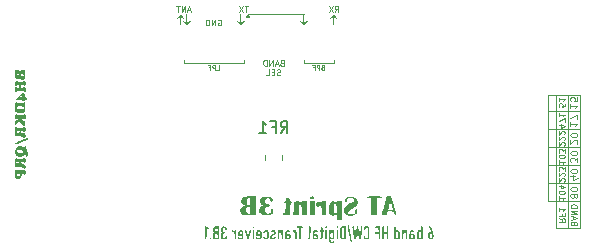
<source format=gbo>
G04 #@! TF.GenerationSoftware,KiCad,Pcbnew,(6.0.5)*
G04 #@! TF.CreationDate,2022-05-21T16:28:54+08:00*
G04 #@! TF.ProjectId,AT Sprint 3B.1 filter,41542053-7072-4696-9e74-2033422e3120,rev?*
G04 #@! TF.SameCoordinates,Original*
G04 #@! TF.FileFunction,Legend,Bot*
G04 #@! TF.FilePolarity,Positive*
%FSLAX46Y46*%
G04 Gerber Fmt 4.6, Leading zero omitted, Abs format (unit mm)*
G04 Created by KiCad (PCBNEW (6.0.5)) date 2022-05-21 16:28:54*
%MOMM*%
%LPD*%
G01*
G04 APERTURE LIST*
%ADD10C,0.050000*%
%ADD11C,0.060000*%
%ADD12C,0.080000*%
%ADD13C,0.040000*%
%ADD14C,0.100000*%
%ADD15C,0.150000*%
%ADD16C,0.120000*%
G04 APERTURE END LIST*
D10*
X141351000Y-61849000D02*
X140335000Y-61849000D01*
X140335000Y-61849000D02*
X140335000Y-60325000D01*
X140335000Y-60325000D02*
X141351000Y-60325000D01*
X141351000Y-60325000D02*
X141351000Y-61849000D01*
D11*
X117983000Y-53213000D02*
X117983000Y-52959000D01*
D10*
X141351000Y-58801000D02*
X140335000Y-58801000D01*
X140335000Y-58801000D02*
X140335000Y-57277000D01*
X140335000Y-57277000D02*
X141351000Y-57277000D01*
X141351000Y-57277000D02*
X141351000Y-58801000D01*
D11*
X107823000Y-52959000D02*
X107823000Y-53213000D01*
D10*
X140335000Y-61849000D02*
X139319000Y-61849000D01*
X139319000Y-61849000D02*
X139319000Y-60325000D01*
X139319000Y-60325000D02*
X140335000Y-60325000D01*
X140335000Y-60325000D02*
X140335000Y-61849000D01*
X141351000Y-63373000D02*
X140335000Y-63373000D01*
X140335000Y-63373000D02*
X140335000Y-61849000D01*
X140335000Y-61849000D02*
X141351000Y-61849000D01*
X141351000Y-61849000D02*
X141351000Y-63373000D01*
D11*
X112903000Y-53213000D02*
X112903000Y-52959000D01*
D10*
X140335000Y-64897000D02*
X139319000Y-64897000D01*
X139319000Y-64897000D02*
X139319000Y-63373000D01*
X139319000Y-63373000D02*
X140335000Y-63373000D01*
X140335000Y-63373000D02*
X140335000Y-64897000D01*
D11*
X120523000Y-52959000D02*
X120523000Y-53213000D01*
D10*
X139319000Y-57277000D02*
X138684000Y-57277000D01*
X138684000Y-57277000D02*
X138684000Y-55880000D01*
X138684000Y-55880000D02*
X139319000Y-55880000D01*
X139319000Y-55880000D02*
X139319000Y-57277000D01*
D11*
X117983000Y-53213000D02*
X120523000Y-53213000D01*
D10*
X139319000Y-63373000D02*
X138684000Y-63373000D01*
X138684000Y-63373000D02*
X138684000Y-61849000D01*
X138684000Y-61849000D02*
X139319000Y-61849000D01*
X139319000Y-61849000D02*
X139319000Y-63373000D01*
X141351000Y-57277000D02*
X140335000Y-57277000D01*
X140335000Y-57277000D02*
X140335000Y-55880000D01*
X140335000Y-55880000D02*
X141351000Y-55880000D01*
X141351000Y-55880000D02*
X141351000Y-57277000D01*
X140335000Y-57277000D02*
X139319000Y-57277000D01*
X139319000Y-57277000D02*
X139319000Y-55880000D01*
X139319000Y-55880000D02*
X140335000Y-55880000D01*
X140335000Y-55880000D02*
X140335000Y-57277000D01*
X140335000Y-60325000D02*
X139319000Y-60325000D01*
X139319000Y-60325000D02*
X139319000Y-58801000D01*
X139319000Y-58801000D02*
X140335000Y-58801000D01*
X140335000Y-58801000D02*
X140335000Y-60325000D01*
X141351000Y-60325000D02*
X140335000Y-60325000D01*
X140335000Y-60325000D02*
X140335000Y-58801000D01*
X140335000Y-58801000D02*
X141351000Y-58801000D01*
X141351000Y-58801000D02*
X141351000Y-60325000D01*
X140335000Y-67183000D02*
X139319000Y-67183000D01*
X139319000Y-67183000D02*
X139319000Y-64897000D01*
X139319000Y-64897000D02*
X140335000Y-64897000D01*
X140335000Y-64897000D02*
X140335000Y-67183000D01*
X140335000Y-58801000D02*
X139319000Y-58801000D01*
X139319000Y-58801000D02*
X139319000Y-57277000D01*
X139319000Y-57277000D02*
X140335000Y-57277000D01*
X140335000Y-57277000D02*
X140335000Y-58801000D01*
X141351000Y-67183000D02*
X140335000Y-67183000D01*
X140335000Y-67183000D02*
X140335000Y-64897000D01*
X140335000Y-64897000D02*
X141351000Y-64897000D01*
X141351000Y-64897000D02*
X141351000Y-67183000D01*
X141351000Y-64897000D02*
X140335000Y-64897000D01*
X140335000Y-64897000D02*
X140335000Y-63373000D01*
X140335000Y-63373000D02*
X141351000Y-63373000D01*
X141351000Y-63373000D02*
X141351000Y-64897000D01*
D11*
X112903000Y-53213000D02*
X107823000Y-53213000D01*
D10*
X139319000Y-61849000D02*
X138684000Y-61849000D01*
X138684000Y-61849000D02*
X138684000Y-60325000D01*
X138684000Y-60325000D02*
X139319000Y-60325000D01*
X139319000Y-60325000D02*
X139319000Y-61849000D01*
X139319000Y-58801000D02*
X138684000Y-58801000D01*
X138684000Y-58801000D02*
X138684000Y-57277000D01*
X138684000Y-57277000D02*
X139319000Y-57277000D01*
X139319000Y-57277000D02*
X139319000Y-58801000D01*
X139319000Y-60325000D02*
X138684000Y-60325000D01*
X138684000Y-60325000D02*
X138684000Y-58801000D01*
X138684000Y-58801000D02*
X139319000Y-58801000D01*
X139319000Y-58801000D02*
X139319000Y-60325000D01*
X140335000Y-63373000D02*
X139319000Y-63373000D01*
X139319000Y-63373000D02*
X139319000Y-61849000D01*
X139319000Y-61849000D02*
X140335000Y-61849000D01*
X140335000Y-61849000D02*
X140335000Y-63373000D01*
X139319000Y-64897000D02*
X138684000Y-64897000D01*
X138684000Y-64897000D02*
X138684000Y-63373000D01*
X138684000Y-63373000D02*
X139319000Y-63373000D01*
X139319000Y-63373000D02*
X139319000Y-64897000D01*
D11*
X113284000Y-49072800D02*
X117983000Y-49072800D01*
D12*
X140053190Y-63230047D02*
X140077000Y-63206238D01*
X140100809Y-63158619D01*
X140100809Y-63039571D01*
X140077000Y-62991952D01*
X140053190Y-62968142D01*
X140005571Y-62944333D01*
X139957952Y-62944333D01*
X139886523Y-62968142D01*
X139600809Y-63253857D01*
X139600809Y-62944333D01*
X140053190Y-62753857D02*
X140077000Y-62730047D01*
X140100809Y-62682428D01*
X140100809Y-62563380D01*
X140077000Y-62515761D01*
X140053190Y-62491952D01*
X140005571Y-62468142D01*
X139957952Y-62468142D01*
X139886523Y-62491952D01*
X139600809Y-62777666D01*
X139600809Y-62468142D01*
X140100809Y-62301476D02*
X140100809Y-61991952D01*
X139910333Y-62158619D01*
X139910333Y-62087190D01*
X139886523Y-62039571D01*
X139862714Y-62015761D01*
X139815095Y-61991952D01*
X139696047Y-61991952D01*
X139648428Y-62015761D01*
X139624619Y-62039571D01*
X139600809Y-62087190D01*
X139600809Y-62230047D01*
X139624619Y-62277666D01*
X139648428Y-62301476D01*
D13*
X120606333Y-48867190D02*
X120773000Y-48629095D01*
X120892047Y-48867190D02*
X120892047Y-48367190D01*
X120701571Y-48367190D01*
X120653952Y-48391000D01*
X120630142Y-48414809D01*
X120606333Y-48462428D01*
X120606333Y-48533857D01*
X120630142Y-48581476D01*
X120653952Y-48605285D01*
X120701571Y-48629095D01*
X120892047Y-48629095D01*
X120439666Y-48367190D02*
X120106333Y-48867190D01*
X120106333Y-48367190D02*
X120439666Y-48867190D01*
D14*
X140571571Y-56629285D02*
X140571571Y-56972142D01*
X140571571Y-56800714D02*
X141171571Y-56800714D01*
X141085857Y-56857857D01*
X141028714Y-56915000D01*
X141000142Y-56972142D01*
X141171571Y-56086428D02*
X141171571Y-56372142D01*
X140885857Y-56400714D01*
X140914428Y-56372142D01*
X140943000Y-56315000D01*
X140943000Y-56172142D01*
X140914428Y-56115000D01*
X140885857Y-56086428D01*
X140828714Y-56057857D01*
X140685857Y-56057857D01*
X140628714Y-56086428D01*
X140600142Y-56115000D01*
X140571571Y-56172142D01*
X140571571Y-56315000D01*
X140600142Y-56372142D01*
X140628714Y-56400714D01*
D13*
X108394428Y-48724333D02*
X108156333Y-48724333D01*
X108442047Y-48867190D02*
X108275380Y-48367190D01*
X108108714Y-48867190D01*
X107942047Y-48867190D02*
X107942047Y-48367190D01*
X107656333Y-48867190D01*
X107656333Y-48367190D01*
X107489666Y-48367190D02*
X107203952Y-48367190D01*
X107346809Y-48867190D02*
X107346809Y-48367190D01*
D14*
X140971571Y-62782428D02*
X140571571Y-62782428D01*
X141200142Y-62925285D02*
X140771571Y-63068142D01*
X140771571Y-62696714D01*
X141171571Y-62353857D02*
X141171571Y-62296714D01*
X141143000Y-62239571D01*
X141114428Y-62211000D01*
X141057285Y-62182428D01*
X140943000Y-62153857D01*
X140800142Y-62153857D01*
X140685857Y-62182428D01*
X140628714Y-62211000D01*
X140600142Y-62239571D01*
X140571571Y-62296714D01*
X140571571Y-62353857D01*
X140600142Y-62411000D01*
X140628714Y-62439571D01*
X140685857Y-62468142D01*
X140800142Y-62496714D01*
X140943000Y-62496714D01*
X141057285Y-62468142D01*
X141114428Y-62439571D01*
X141143000Y-62411000D01*
X141171571Y-62353857D01*
D12*
X139934142Y-58419952D02*
X139600809Y-58419952D01*
X140124619Y-58539000D02*
X139767476Y-58658047D01*
X139767476Y-58348523D01*
X140100809Y-58205666D02*
X140100809Y-57872333D01*
X139600809Y-58086619D01*
X139600809Y-57419952D02*
X139600809Y-57705666D01*
X139600809Y-57562809D02*
X140100809Y-57562809D01*
X140029380Y-57610428D01*
X139981761Y-57658047D01*
X139957952Y-57705666D01*
D14*
X140914428Y-64477857D02*
X140943000Y-64535000D01*
X140971571Y-64563571D01*
X141028714Y-64592142D01*
X141057285Y-64592142D01*
X141114428Y-64563571D01*
X141143000Y-64535000D01*
X141171571Y-64477857D01*
X141171571Y-64363571D01*
X141143000Y-64306428D01*
X141114428Y-64277857D01*
X141057285Y-64249285D01*
X141028714Y-64249285D01*
X140971571Y-64277857D01*
X140943000Y-64306428D01*
X140914428Y-64363571D01*
X140914428Y-64477857D01*
X140885857Y-64535000D01*
X140857285Y-64563571D01*
X140800142Y-64592142D01*
X140685857Y-64592142D01*
X140628714Y-64563571D01*
X140600142Y-64535000D01*
X140571571Y-64477857D01*
X140571571Y-64363571D01*
X140600142Y-64306428D01*
X140628714Y-64277857D01*
X140685857Y-64249285D01*
X140800142Y-64249285D01*
X140857285Y-64277857D01*
X140885857Y-64306428D01*
X140914428Y-64363571D01*
X141171571Y-63877857D02*
X141171571Y-63820714D01*
X141143000Y-63763571D01*
X141114428Y-63735000D01*
X141057285Y-63706428D01*
X140943000Y-63677857D01*
X140800142Y-63677857D01*
X140685857Y-63706428D01*
X140628714Y-63735000D01*
X140600142Y-63763571D01*
X140571571Y-63820714D01*
X140571571Y-63877857D01*
X140600142Y-63935000D01*
X140628714Y-63963571D01*
X140685857Y-63992142D01*
X140800142Y-64020714D01*
X140943000Y-64020714D01*
X141057285Y-63992142D01*
X141114428Y-63963571D01*
X141143000Y-63935000D01*
X141171571Y-63877857D01*
D12*
X139600809Y-61420333D02*
X139600809Y-61706047D01*
X139600809Y-61563190D02*
X140100809Y-61563190D01*
X140029380Y-61610809D01*
X139981761Y-61658428D01*
X139957952Y-61706047D01*
X140100809Y-61110809D02*
X140100809Y-61063190D01*
X140077000Y-61015571D01*
X140053190Y-60991761D01*
X140005571Y-60967952D01*
X139910333Y-60944142D01*
X139791285Y-60944142D01*
X139696047Y-60967952D01*
X139648428Y-60991761D01*
X139624619Y-61015571D01*
X139600809Y-61063190D01*
X139600809Y-61110809D01*
X139624619Y-61158428D01*
X139648428Y-61182238D01*
X139696047Y-61206047D01*
X139791285Y-61229857D01*
X139910333Y-61229857D01*
X140005571Y-61206047D01*
X140053190Y-61182238D01*
X140077000Y-61158428D01*
X140100809Y-61110809D01*
X140100809Y-60777476D02*
X140100809Y-60467952D01*
X139910333Y-60634619D01*
X139910333Y-60563190D01*
X139886523Y-60515571D01*
X139862714Y-60491761D01*
X139815095Y-60467952D01*
X139696047Y-60467952D01*
X139648428Y-60491761D01*
X139624619Y-60515571D01*
X139600809Y-60563190D01*
X139600809Y-60706047D01*
X139624619Y-60753666D01*
X139648428Y-60777476D01*
X140053190Y-60182047D02*
X140077000Y-60158238D01*
X140100809Y-60110619D01*
X140100809Y-59991571D01*
X140077000Y-59943952D01*
X140053190Y-59920142D01*
X140005571Y-59896333D01*
X139957952Y-59896333D01*
X139886523Y-59920142D01*
X139600809Y-60205857D01*
X139600809Y-59896333D01*
X140053190Y-59705857D02*
X140077000Y-59682047D01*
X140100809Y-59634428D01*
X140100809Y-59515380D01*
X140077000Y-59467761D01*
X140053190Y-59443952D01*
X140005571Y-59420142D01*
X139957952Y-59420142D01*
X139886523Y-59443952D01*
X139600809Y-59729666D01*
X139600809Y-59420142D01*
X140053190Y-59229666D02*
X140077000Y-59205857D01*
X140100809Y-59158238D01*
X140100809Y-59039190D01*
X140077000Y-58991571D01*
X140053190Y-58967761D01*
X140005571Y-58943952D01*
X139957952Y-58943952D01*
X139886523Y-58967761D01*
X139600809Y-59253476D01*
X139600809Y-58943952D01*
D13*
X110743952Y-49534000D02*
X110791571Y-49510190D01*
X110863000Y-49510190D01*
X110934428Y-49534000D01*
X110982047Y-49581619D01*
X111005857Y-49629238D01*
X111029666Y-49724476D01*
X111029666Y-49795904D01*
X111005857Y-49891142D01*
X110982047Y-49938761D01*
X110934428Y-49986380D01*
X110863000Y-50010190D01*
X110815380Y-50010190D01*
X110743952Y-49986380D01*
X110720142Y-49962571D01*
X110720142Y-49795904D01*
X110815380Y-49795904D01*
X110505857Y-50010190D02*
X110505857Y-49510190D01*
X110220142Y-50010190D01*
X110220142Y-49510190D01*
X109982047Y-50010190D02*
X109982047Y-49510190D01*
X109863000Y-49510190D01*
X109791571Y-49534000D01*
X109743952Y-49581619D01*
X109720142Y-49629238D01*
X109696333Y-49724476D01*
X109696333Y-49795904D01*
X109720142Y-49891142D01*
X109743952Y-49938761D01*
X109791571Y-49986380D01*
X109863000Y-50010190D01*
X109982047Y-50010190D01*
D14*
X140571571Y-58153285D02*
X140571571Y-58496142D01*
X140571571Y-58324714D02*
X141171571Y-58324714D01*
X141085857Y-58381857D01*
X141028714Y-58439000D01*
X141000142Y-58496142D01*
X141171571Y-57953285D02*
X141171571Y-57553285D01*
X140571571Y-57810428D01*
D12*
X140100809Y-56634047D02*
X140100809Y-56872142D01*
X139862714Y-56895952D01*
X139886523Y-56872142D01*
X139910333Y-56824523D01*
X139910333Y-56705476D01*
X139886523Y-56657857D01*
X139862714Y-56634047D01*
X139815095Y-56610238D01*
X139696047Y-56610238D01*
X139648428Y-56634047D01*
X139624619Y-56657857D01*
X139600809Y-56705476D01*
X139600809Y-56824523D01*
X139624619Y-56872142D01*
X139648428Y-56895952D01*
X139600809Y-56134047D02*
X139600809Y-56419761D01*
X139600809Y-56276904D02*
X140100809Y-56276904D01*
X140029380Y-56324523D01*
X139981761Y-56372142D01*
X139957952Y-56419761D01*
D14*
X141171571Y-61572714D02*
X141171571Y-61201285D01*
X140943000Y-61401285D01*
X140943000Y-61315571D01*
X140914428Y-61258428D01*
X140885857Y-61229857D01*
X140828714Y-61201285D01*
X140685857Y-61201285D01*
X140628714Y-61229857D01*
X140600142Y-61258428D01*
X140571571Y-61315571D01*
X140571571Y-61487000D01*
X140600142Y-61544142D01*
X140628714Y-61572714D01*
X141171571Y-60829857D02*
X141171571Y-60772714D01*
X141143000Y-60715571D01*
X141114428Y-60687000D01*
X141057285Y-60658428D01*
X140943000Y-60629857D01*
X140800142Y-60629857D01*
X140685857Y-60658428D01*
X140628714Y-60687000D01*
X140600142Y-60715571D01*
X140571571Y-60772714D01*
X140571571Y-60829857D01*
X140600142Y-60887000D01*
X140628714Y-60915571D01*
X140685857Y-60944142D01*
X140800142Y-60972714D01*
X140943000Y-60972714D01*
X141057285Y-60944142D01*
X141114428Y-60915571D01*
X141143000Y-60887000D01*
X141171571Y-60829857D01*
D12*
X139600809Y-64468333D02*
X139600809Y-64754047D01*
X139600809Y-64611190D02*
X140100809Y-64611190D01*
X140029380Y-64658809D01*
X139981761Y-64706428D01*
X139957952Y-64754047D01*
X140100809Y-64158809D02*
X140100809Y-64111190D01*
X140077000Y-64063571D01*
X140053190Y-64039761D01*
X140005571Y-64015952D01*
X139910333Y-63992142D01*
X139791285Y-63992142D01*
X139696047Y-64015952D01*
X139648428Y-64039761D01*
X139624619Y-64063571D01*
X139600809Y-64111190D01*
X139600809Y-64158809D01*
X139624619Y-64206428D01*
X139648428Y-64230238D01*
X139696047Y-64254047D01*
X139791285Y-64277857D01*
X139910333Y-64277857D01*
X140005571Y-64254047D01*
X140053190Y-64230238D01*
X140077000Y-64206428D01*
X140100809Y-64158809D01*
X139934142Y-63563571D02*
X139600809Y-63563571D01*
X140124619Y-63682619D02*
X139767476Y-63801666D01*
X139767476Y-63492142D01*
D14*
X141114428Y-60020142D02*
X141143000Y-59991571D01*
X141171571Y-59934428D01*
X141171571Y-59791571D01*
X141143000Y-59734428D01*
X141114428Y-59705857D01*
X141057285Y-59677285D01*
X141000142Y-59677285D01*
X140914428Y-59705857D01*
X140571571Y-60048714D01*
X140571571Y-59677285D01*
X141171571Y-59305857D02*
X141171571Y-59248714D01*
X141143000Y-59191571D01*
X141114428Y-59163000D01*
X141057285Y-59134428D01*
X140943000Y-59105857D01*
X140800142Y-59105857D01*
X140685857Y-59134428D01*
X140628714Y-59163000D01*
X140600142Y-59191571D01*
X140571571Y-59248714D01*
X140571571Y-59305857D01*
X140600142Y-59363000D01*
X140628714Y-59391571D01*
X140685857Y-59420142D01*
X140800142Y-59448714D01*
X140943000Y-59448714D01*
X141057285Y-59420142D01*
X141114428Y-59391571D01*
X141143000Y-59363000D01*
X141171571Y-59305857D01*
D13*
X113283952Y-48367190D02*
X112998238Y-48367190D01*
X113141095Y-48867190D02*
X113141095Y-48367190D01*
X112879190Y-48367190D02*
X112545857Y-48867190D01*
X112545857Y-48367190D02*
X112879190Y-48867190D01*
D10*
X119595857Y-53565428D02*
X119538714Y-53584476D01*
X119519666Y-53603523D01*
X119500619Y-53641619D01*
X119500619Y-53698761D01*
X119519666Y-53736857D01*
X119538714Y-53755904D01*
X119576809Y-53774952D01*
X119729190Y-53774952D01*
X119729190Y-53374952D01*
X119595857Y-53374952D01*
X119557761Y-53394000D01*
X119538714Y-53413047D01*
X119519666Y-53451142D01*
X119519666Y-53489238D01*
X119538714Y-53527333D01*
X119557761Y-53546380D01*
X119595857Y-53565428D01*
X119729190Y-53565428D01*
X119329190Y-53774952D02*
X119329190Y-53374952D01*
X119176809Y-53374952D01*
X119138714Y-53394000D01*
X119119666Y-53413047D01*
X119100619Y-53451142D01*
X119100619Y-53508285D01*
X119119666Y-53546380D01*
X119138714Y-53565428D01*
X119176809Y-53584476D01*
X119329190Y-53584476D01*
X118795857Y-53565428D02*
X118929190Y-53565428D01*
X118929190Y-53774952D02*
X118929190Y-53374952D01*
X118738714Y-53374952D01*
X139600809Y-66337619D02*
X139838904Y-66504285D01*
X139600809Y-66623333D02*
X140100809Y-66623333D01*
X140100809Y-66432857D01*
X140077000Y-66385238D01*
X140053190Y-66361428D01*
X140005571Y-66337619D01*
X139934142Y-66337619D01*
X139886523Y-66361428D01*
X139862714Y-66385238D01*
X139838904Y-66432857D01*
X139838904Y-66623333D01*
X139862714Y-65956666D02*
X139862714Y-66123333D01*
X139600809Y-66123333D02*
X140100809Y-66123333D01*
X140100809Y-65885238D01*
X139600809Y-65432857D02*
X139600809Y-65718571D01*
X139600809Y-65575714D02*
X140100809Y-65575714D01*
X140029380Y-65623333D01*
X139981761Y-65670952D01*
X139957952Y-65718571D01*
X140878714Y-66730476D02*
X140854904Y-66659047D01*
X140831095Y-66635238D01*
X140783476Y-66611428D01*
X140712047Y-66611428D01*
X140664428Y-66635238D01*
X140640619Y-66659047D01*
X140616809Y-66706666D01*
X140616809Y-66897142D01*
X141116809Y-66897142D01*
X141116809Y-66730476D01*
X141093000Y-66682857D01*
X141069190Y-66659047D01*
X141021571Y-66635238D01*
X140973952Y-66635238D01*
X140926333Y-66659047D01*
X140902523Y-66682857D01*
X140878714Y-66730476D01*
X140878714Y-66897142D01*
X140759666Y-66420952D02*
X140759666Y-66182857D01*
X140616809Y-66468571D02*
X141116809Y-66301904D01*
X140616809Y-66135238D01*
X140616809Y-65968571D02*
X141116809Y-65968571D01*
X140616809Y-65682857D01*
X141116809Y-65682857D01*
X140616809Y-65444761D02*
X141116809Y-65444761D01*
X141116809Y-65325714D01*
X141093000Y-65254285D01*
X141045380Y-65206666D01*
X140997761Y-65182857D01*
X140902523Y-65159047D01*
X140831095Y-65159047D01*
X140735857Y-65182857D01*
X140688238Y-65206666D01*
X140640619Y-65254285D01*
X140616809Y-65325714D01*
X140616809Y-65444761D01*
D13*
X116133476Y-53155785D02*
X116062047Y-53179595D01*
X116038238Y-53203404D01*
X116014428Y-53251023D01*
X116014428Y-53322452D01*
X116038238Y-53370071D01*
X116062047Y-53393880D01*
X116109666Y-53417690D01*
X116300142Y-53417690D01*
X116300142Y-52917690D01*
X116133476Y-52917690D01*
X116085857Y-52941500D01*
X116062047Y-52965309D01*
X116038238Y-53012928D01*
X116038238Y-53060547D01*
X116062047Y-53108166D01*
X116085857Y-53131976D01*
X116133476Y-53155785D01*
X116300142Y-53155785D01*
X115823952Y-53274833D02*
X115585857Y-53274833D01*
X115871571Y-53417690D02*
X115704904Y-52917690D01*
X115538238Y-53417690D01*
X115371571Y-53417690D02*
X115371571Y-52917690D01*
X115085857Y-53417690D01*
X115085857Y-52917690D01*
X114847761Y-53417690D02*
X114847761Y-52917690D01*
X114728714Y-52917690D01*
X114657285Y-52941500D01*
X114609666Y-52989119D01*
X114585857Y-53036738D01*
X114562047Y-53131976D01*
X114562047Y-53203404D01*
X114585857Y-53298642D01*
X114609666Y-53346261D01*
X114657285Y-53393880D01*
X114728714Y-53417690D01*
X114847761Y-53417690D01*
X116014428Y-54198880D02*
X115943000Y-54222690D01*
X115823952Y-54222690D01*
X115776333Y-54198880D01*
X115752523Y-54175071D01*
X115728714Y-54127452D01*
X115728714Y-54079833D01*
X115752523Y-54032214D01*
X115776333Y-54008404D01*
X115823952Y-53984595D01*
X115919190Y-53960785D01*
X115966809Y-53936976D01*
X115990619Y-53913166D01*
X116014428Y-53865547D01*
X116014428Y-53817928D01*
X115990619Y-53770309D01*
X115966809Y-53746500D01*
X115919190Y-53722690D01*
X115800142Y-53722690D01*
X115728714Y-53746500D01*
X115514428Y-53960785D02*
X115347761Y-53960785D01*
X115276333Y-54222690D02*
X115514428Y-54222690D01*
X115514428Y-53722690D01*
X115276333Y-53722690D01*
X114823952Y-54222690D02*
X115062047Y-54222690D01*
X115062047Y-53722690D01*
D10*
X110610619Y-53774952D02*
X110801095Y-53774952D01*
X110801095Y-53374952D01*
X110477285Y-53774952D02*
X110477285Y-53374952D01*
X110324904Y-53374952D01*
X110286809Y-53394000D01*
X110267761Y-53413047D01*
X110248714Y-53451142D01*
X110248714Y-53508285D01*
X110267761Y-53546380D01*
X110286809Y-53565428D01*
X110324904Y-53584476D01*
X110477285Y-53584476D01*
X109943952Y-53565428D02*
X110077285Y-53565428D01*
X110077285Y-53774952D02*
X110077285Y-53374952D01*
X109886809Y-53374952D01*
D15*
X116038238Y-59126380D02*
X116371571Y-58650190D01*
X116609666Y-59126380D02*
X116609666Y-58126380D01*
X116228714Y-58126380D01*
X116133476Y-58174000D01*
X116085857Y-58221619D01*
X116038238Y-58316857D01*
X116038238Y-58459714D01*
X116085857Y-58554952D01*
X116133476Y-58602571D01*
X116228714Y-58650190D01*
X116609666Y-58650190D01*
X115276333Y-58602571D02*
X115609666Y-58602571D01*
X115609666Y-59126380D02*
X115609666Y-58126380D01*
X115133476Y-58126380D01*
X114228714Y-59126380D02*
X114800142Y-59126380D01*
X114514428Y-59126380D02*
X114514428Y-58126380D01*
X114609666Y-58269238D01*
X114704904Y-58364476D01*
X114800142Y-58412095D01*
G36*
X112686974Y-49832513D02*
G01*
X112812933Y-49706573D01*
X112828406Y-49691122D01*
X112848626Y-49670991D01*
X112867614Y-49652154D01*
X112885077Y-49634900D01*
X112900724Y-49619513D01*
X112914261Y-49606281D01*
X112925396Y-49595490D01*
X112933836Y-49587427D01*
X112939288Y-49582380D01*
X112941461Y-49580633D01*
X112941999Y-49580842D01*
X112945669Y-49583642D01*
X112951914Y-49589196D01*
X112960020Y-49596856D01*
X112969275Y-49605972D01*
X112994519Y-49631312D01*
X112821759Y-49804071D01*
X112649000Y-49976831D01*
X112476240Y-49804071D01*
X112303480Y-49631312D01*
X112328724Y-49605972D01*
X112331981Y-49602724D01*
X112340922Y-49594034D01*
X112348471Y-49587022D01*
X112353914Y-49582339D01*
X112356538Y-49580633D01*
X112357803Y-49581583D01*
X112362414Y-49585783D01*
X112370091Y-49593075D01*
X112380540Y-49603170D01*
X112393468Y-49615782D01*
X112408584Y-49630626D01*
X112425594Y-49647413D01*
X112444206Y-49665858D01*
X112464128Y-49685674D01*
X112485066Y-49706573D01*
X112611025Y-49832513D01*
X112611025Y-49079368D01*
X112686974Y-49079368D01*
X112686974Y-49832513D01*
G37*
G36*
X118020974Y-49832513D02*
G01*
X118146933Y-49706573D01*
X118162406Y-49691122D01*
X118182626Y-49670991D01*
X118201614Y-49652154D01*
X118219077Y-49634900D01*
X118234724Y-49619513D01*
X118248261Y-49606281D01*
X118259396Y-49595490D01*
X118267836Y-49587427D01*
X118273288Y-49582380D01*
X118275461Y-49580633D01*
X118275999Y-49580842D01*
X118279669Y-49583642D01*
X118285914Y-49589196D01*
X118294020Y-49596856D01*
X118303275Y-49605972D01*
X118328519Y-49631312D01*
X118155759Y-49804071D01*
X117983000Y-49976831D01*
X117810240Y-49804071D01*
X117637480Y-49631312D01*
X117662724Y-49605972D01*
X117665981Y-49602724D01*
X117674922Y-49594034D01*
X117682471Y-49587022D01*
X117687914Y-49582339D01*
X117690538Y-49580633D01*
X117691803Y-49581583D01*
X117696414Y-49585783D01*
X117704091Y-49593075D01*
X117714540Y-49603170D01*
X117727468Y-49615782D01*
X117742584Y-49630626D01*
X117759594Y-49647413D01*
X117778206Y-49665858D01*
X117798128Y-49685674D01*
X117819066Y-49706573D01*
X117945025Y-49832513D01*
X117945025Y-49079368D01*
X118020974Y-49079368D01*
X118020974Y-49832513D01*
G37*
D16*
X114708000Y-60986936D02*
X114708000Y-61441064D01*
X116178000Y-60986936D02*
X116178000Y-61441064D01*
G36*
X108114974Y-49832513D02*
G01*
X108240933Y-49706573D01*
X108256406Y-49691122D01*
X108276626Y-49670991D01*
X108295614Y-49652154D01*
X108313077Y-49634900D01*
X108328724Y-49619513D01*
X108342261Y-49606281D01*
X108353396Y-49595490D01*
X108361836Y-49587427D01*
X108367288Y-49582380D01*
X108369461Y-49580633D01*
X108369999Y-49580842D01*
X108373669Y-49583642D01*
X108379914Y-49589196D01*
X108388020Y-49596856D01*
X108397275Y-49605972D01*
X108422519Y-49631312D01*
X108249759Y-49804071D01*
X108077000Y-49976831D01*
X107904240Y-49804071D01*
X107731480Y-49631312D01*
X107756724Y-49605972D01*
X107759981Y-49602724D01*
X107768922Y-49594034D01*
X107776471Y-49587022D01*
X107781914Y-49582339D01*
X107784538Y-49580633D01*
X107785803Y-49581583D01*
X107790414Y-49585783D01*
X107798091Y-49593075D01*
X107808540Y-49603170D01*
X107821468Y-49615782D01*
X107836584Y-49630626D01*
X107853594Y-49647413D01*
X107872206Y-49665858D01*
X107892128Y-49685674D01*
X107913066Y-49706573D01*
X108039025Y-49832513D01*
X108039025Y-49079368D01*
X108114974Y-49079368D01*
X108114974Y-49832513D01*
G37*
G36*
X113797128Y-67028246D02*
G01*
X113823424Y-67090400D01*
X113811201Y-67138481D01*
X113749047Y-67164777D01*
X113700965Y-67152554D01*
X113674669Y-67090400D01*
X113686893Y-67042318D01*
X113749047Y-67016022D01*
X113797128Y-67028246D01*
G37*
G36*
X125818255Y-65884334D02*
G01*
X125850758Y-65993755D01*
X125865904Y-66043087D01*
X125859907Y-66076532D01*
X125795223Y-66080275D01*
X125762158Y-66071897D01*
X125706822Y-66023420D01*
X125665900Y-65918950D01*
X125624442Y-65770195D01*
X125376952Y-65759205D01*
X125129461Y-65748216D01*
X125084249Y-65917258D01*
X125039038Y-66086300D01*
X124806190Y-66086300D01*
X124803906Y-66086299D01*
X124670872Y-66081714D01*
X124602492Y-66066872D01*
X124589628Y-66039814D01*
X124595529Y-66020691D01*
X124619452Y-65937163D01*
X124657017Y-65802734D01*
X124704442Y-65630984D01*
X124714759Y-65593286D01*
X125166031Y-65593286D01*
X125183424Y-65597155D01*
X125256811Y-65601254D01*
X125368083Y-65602845D01*
X125570136Y-65602845D01*
X125480112Y-65277442D01*
X125460810Y-65206917D01*
X125424461Y-65069331D01*
X125399207Y-64966947D01*
X125389626Y-64917950D01*
X125389140Y-64906938D01*
X125377200Y-64893650D01*
X125350308Y-64949251D01*
X125309673Y-65070682D01*
X125256503Y-65254887D01*
X125235549Y-65331310D01*
X125199862Y-65462882D01*
X125175222Y-65555694D01*
X125166031Y-65593286D01*
X124714759Y-65593286D01*
X124757944Y-65435495D01*
X124780883Y-65351449D01*
X124838443Y-65141546D01*
X124891952Y-64947686D01*
X124936273Y-64788451D01*
X124966264Y-64682420D01*
X125022553Y-64487179D01*
X125411196Y-64487179D01*
X125629958Y-65240253D01*
X125649960Y-65309072D01*
X125714519Y-65530640D01*
X125735645Y-65602845D01*
X125771730Y-65726179D01*
X125818255Y-65884334D01*
G37*
G36*
X114969650Y-64498867D02*
G01*
X115146867Y-64546901D01*
X115283049Y-64636238D01*
X115365414Y-64762786D01*
X115369617Y-64774989D01*
X115381495Y-64852702D01*
X115346820Y-64897876D01*
X115285307Y-64927060D01*
X115222078Y-64919503D01*
X115199413Y-64852698D01*
X115180304Y-64768572D01*
X115109062Y-64685906D01*
X115005047Y-64641192D01*
X114889575Y-64642396D01*
X114783966Y-64697481D01*
X114764101Y-64720836D01*
X114725383Y-64820060D01*
X114717257Y-64936323D01*
X114744418Y-65030147D01*
X114799356Y-65082028D01*
X114909681Y-65135228D01*
X115029618Y-65156578D01*
X115051041Y-65157159D01*
X115110190Y-65179391D01*
X115125035Y-65249550D01*
X115118577Y-65305324D01*
X115081935Y-65335785D01*
X114993183Y-65342523D01*
X114987750Y-65342562D01*
X114846506Y-65375562D01*
X114744617Y-65458677D01*
X114690159Y-65574992D01*
X114691209Y-65707590D01*
X114755845Y-65839557D01*
X114762137Y-65847384D01*
X114848974Y-65917722D01*
X114966753Y-65937545D01*
X114983790Y-65937249D01*
X115121450Y-65904700D01*
X115207116Y-65821021D01*
X115236602Y-65690053D01*
X115240297Y-65621795D01*
X115265666Y-65576000D01*
X115329574Y-65565656D01*
X115390461Y-65574283D01*
X115416854Y-65614402D01*
X115422546Y-65707304D01*
X115421695Y-65743466D01*
X115394045Y-65872845D01*
X115317879Y-65963434D01*
X115180326Y-66032516D01*
X115109753Y-66052534D01*
X114939070Y-66073190D01*
X114749509Y-66070775D01*
X114571303Y-66046538D01*
X114434687Y-66001726D01*
X114329425Y-65920954D01*
X114253799Y-65793093D01*
X114230560Y-65647579D01*
X114258885Y-65502627D01*
X114337951Y-65376452D01*
X114466937Y-65287270D01*
X114580263Y-65239620D01*
X114460553Y-65177716D01*
X114351804Y-65096970D01*
X114284773Y-64970632D01*
X114284340Y-64811236D01*
X114296882Y-64758715D01*
X114352828Y-64651823D01*
X114454017Y-64577261D01*
X114614845Y-64522454D01*
X114764180Y-64496230D01*
X114969650Y-64498867D01*
G37*
G36*
X121403585Y-68131688D02*
G01*
X121369128Y-68131483D01*
X121252665Y-68123527D01*
X121171730Y-68095951D01*
X121119921Y-68037820D01*
X121103899Y-67982933D01*
X121221574Y-67982933D01*
X121447143Y-67982933D01*
X121447143Y-67122648D01*
X121344874Y-67134416D01*
X121242604Y-67146183D01*
X121221574Y-67982933D01*
X121103899Y-67982933D01*
X121090840Y-67938199D01*
X121078084Y-67786153D01*
X121075255Y-67570748D01*
X121075418Y-67495805D01*
X121079929Y-67303171D01*
X121095412Y-67170336D01*
X121128213Y-67086252D01*
X121184682Y-67039870D01*
X121271167Y-67020143D01*
X121394016Y-67016022D01*
X121595899Y-67016022D01*
X121595899Y-68131688D01*
X121403585Y-68131688D01*
G37*
G36*
X117754451Y-67016521D02*
G01*
X117872338Y-67023273D01*
X117933746Y-67039973D01*
X117951389Y-67069219D01*
X117933136Y-67104882D01*
X117867714Y-67134299D01*
X117862809Y-67135017D01*
X117830309Y-67143786D01*
X117807867Y-67166540D01*
X117793232Y-67215356D01*
X117784154Y-67302309D01*
X117778381Y-67439476D01*
X117773663Y-67638936D01*
X117769289Y-67821505D01*
X117763401Y-67964399D01*
X117754515Y-68055153D01*
X117740644Y-68105479D01*
X117719797Y-68127088D01*
X117689988Y-68131688D01*
X117689689Y-68131688D01*
X117660312Y-68127396D01*
X117640082Y-68106849D01*
X117627302Y-68058425D01*
X117620275Y-67970497D01*
X117617303Y-67831443D01*
X117616689Y-67629638D01*
X117616689Y-67127589D01*
X117523717Y-67127589D01*
X117463073Y-67116670D01*
X117430745Y-67071805D01*
X117434540Y-67054341D01*
X117468681Y-67031099D01*
X117549630Y-67019303D01*
X117691067Y-67016022D01*
X117754451Y-67016521D01*
G37*
G36*
X110152618Y-67995156D02*
G01*
X110178915Y-68057310D01*
X110166691Y-68105392D01*
X110104537Y-68131688D01*
X110056456Y-68119464D01*
X110030159Y-68057310D01*
X110042383Y-68009229D01*
X110104537Y-67982933D01*
X110152618Y-67995156D01*
G37*
G36*
X112223137Y-67318274D02*
G01*
X112242329Y-67349122D01*
X112254046Y-67418936D01*
X112259898Y-67539502D01*
X112261492Y-67722611D01*
X112260845Y-67850421D01*
X112256639Y-67991158D01*
X112247119Y-68077089D01*
X112230678Y-68120003D01*
X112205708Y-68131688D01*
X112186807Y-68127063D01*
X112164420Y-68091220D01*
X112153075Y-68008399D01*
X112149925Y-67864997D01*
X112146530Y-67758150D01*
X112118688Y-67592905D01*
X112062304Y-67494723D01*
X111976811Y-67462288D01*
X111947940Y-67448771D01*
X111926792Y-67389078D01*
X111947735Y-67341140D01*
X112009825Y-67342816D01*
X112103439Y-67398237D01*
X112135565Y-67412751D01*
X112149925Y-67373870D01*
X112157479Y-67343645D01*
X112205708Y-67313533D01*
X112223137Y-67318274D01*
G37*
G36*
X124177287Y-64487443D02*
G01*
X124352234Y-64489121D01*
X124472080Y-64493440D01*
X124547212Y-64501621D01*
X124588018Y-64514886D01*
X124604884Y-64534457D01*
X124608197Y-64561556D01*
X124606016Y-64587650D01*
X124583438Y-64618748D01*
X124521861Y-64632706D01*
X124403659Y-64635934D01*
X124199120Y-64635934D01*
X124199120Y-66086300D01*
X123715664Y-66086300D01*
X123715664Y-64635934D01*
X123529720Y-64635934D01*
X123486711Y-64635616D01*
X123395119Y-64628418D01*
X123353566Y-64606168D01*
X123343776Y-64561556D01*
X123346019Y-64537874D01*
X123360288Y-64517292D01*
X123396998Y-64503192D01*
X123466535Y-64494353D01*
X123579288Y-64489553D01*
X123745642Y-64487568D01*
X123975987Y-64487179D01*
X124177287Y-64487443D01*
G37*
G36*
X118785396Y-64464573D02*
G01*
X118804878Y-64470082D01*
X118865269Y-64511521D01*
X118881111Y-64596355D01*
X118868176Y-64675973D01*
X118834625Y-64722871D01*
X118735005Y-64743168D01*
X118627987Y-64735945D01*
X118553849Y-64702874D01*
X118514695Y-64639074D01*
X118521536Y-64560452D01*
X118577867Y-64495968D01*
X118670287Y-64459411D01*
X118785396Y-64464573D01*
G37*
G36*
X119569710Y-67091551D02*
G01*
X119613200Y-67120303D01*
X119624888Y-67201966D01*
X119624891Y-67203354D01*
X119635966Y-67281217D01*
X119662077Y-67313533D01*
X119683692Y-67327480D01*
X119699266Y-67387911D01*
X119693042Y-67431106D01*
X119666015Y-67462288D01*
X119661042Y-67465456D01*
X119644153Y-67518318D01*
X119629283Y-67622806D01*
X119619182Y-67761370D01*
X119618409Y-67777705D01*
X119604847Y-67944352D01*
X119582750Y-68047127D01*
X119550164Y-68095501D01*
X119461451Y-68130029D01*
X119392022Y-68116670D01*
X119364566Y-68057310D01*
X119374920Y-68013937D01*
X119420350Y-67982933D01*
X119437814Y-67979137D01*
X119461056Y-67944997D01*
X119472852Y-67864048D01*
X119476133Y-67722611D01*
X119475320Y-67641112D01*
X119468004Y-67532646D01*
X119450658Y-67477598D01*
X119420350Y-67462288D01*
X119387820Y-67448484D01*
X119364566Y-67387911D01*
X119374920Y-67344537D01*
X119420350Y-67313533D01*
X119459502Y-67290540D01*
X119476133Y-67201966D01*
X119476900Y-67173167D01*
X119496069Y-67107932D01*
X119550511Y-67090400D01*
X119569710Y-67091551D01*
G37*
G36*
X125104288Y-67016438D02*
G01*
X125129292Y-67024681D01*
X125146447Y-67052057D01*
X125157224Y-67109613D01*
X125163099Y-67208399D01*
X125165543Y-67359463D01*
X125166031Y-67573855D01*
X125165975Y-67668623D01*
X125164876Y-67856152D01*
X125161226Y-67984809D01*
X125153552Y-68065642D01*
X125140380Y-68109700D01*
X125120238Y-68128033D01*
X125091653Y-68131688D01*
X125053309Y-68125200D01*
X125029919Y-68093714D01*
X125019593Y-68020780D01*
X125017275Y-67889960D01*
X125017275Y-67648233D01*
X124794142Y-67648233D01*
X124794142Y-67889960D01*
X124792145Y-68014578D01*
X124782458Y-68090596D01*
X124760016Y-68124154D01*
X124719764Y-68131688D01*
X124707128Y-68131273D01*
X124682124Y-68123029D01*
X124664970Y-68095653D01*
X124654192Y-68038097D01*
X124648318Y-67939311D01*
X124645874Y-67788247D01*
X124645386Y-67573855D01*
X124645442Y-67479087D01*
X124646541Y-67291558D01*
X124650191Y-67162901D01*
X124657865Y-67082068D01*
X124671037Y-67038010D01*
X124691178Y-67019677D01*
X124719764Y-67016022D01*
X124758108Y-67022510D01*
X124781498Y-67053996D01*
X124791824Y-67126930D01*
X124794142Y-67257750D01*
X124794142Y-67499477D01*
X125017275Y-67499477D01*
X125017275Y-67257750D01*
X125019271Y-67133132D01*
X125028959Y-67057114D01*
X125051401Y-67023556D01*
X125091653Y-67016022D01*
X125104288Y-67016438D01*
G37*
G36*
X116491652Y-64567231D02*
G01*
X116563234Y-64592788D01*
X116668373Y-64631977D01*
X116719150Y-64651855D01*
X116807287Y-64696395D01*
X116849941Y-64745826D01*
X116865971Y-64817891D01*
X116867887Y-64834338D01*
X116893786Y-64911243D01*
X116949646Y-64933445D01*
X116995102Y-64945373D01*
X117021667Y-65007823D01*
X117009444Y-65055904D01*
X116947290Y-65082201D01*
X116930641Y-65082972D01*
X116903875Y-65094302D01*
X116886964Y-65129260D01*
X116877661Y-65200533D01*
X116873725Y-65320806D01*
X116872912Y-65502765D01*
X116872794Y-65552107D01*
X116868168Y-65746796D01*
X116854346Y-65882550D01*
X116827974Y-65971995D01*
X116785696Y-66027754D01*
X116724156Y-66062454D01*
X116709123Y-66067368D01*
X116605249Y-66077227D01*
X116478303Y-66065671D01*
X116360657Y-66037488D01*
X116284682Y-65997464D01*
X116268686Y-65981017D01*
X116246044Y-65944692D01*
X116279218Y-65933255D01*
X116300065Y-65931579D01*
X116389457Y-65923958D01*
X116405161Y-65918391D01*
X116425808Y-65885173D01*
X116439920Y-65812144D01*
X116449301Y-65687785D01*
X116455755Y-65500575D01*
X116466270Y-65082201D01*
X116372080Y-65082201D01*
X116299361Y-65065874D01*
X116277890Y-65007823D01*
X116297957Y-64950877D01*
X116370862Y-64933445D01*
X116408174Y-64931684D01*
X116445437Y-64912911D01*
X116460820Y-64857857D01*
X116463834Y-64747501D01*
X116464460Y-64680615D01*
X116467826Y-64595044D01*
X116473132Y-64561587D01*
X116491652Y-64567231D01*
G37*
G36*
X124459442Y-67573855D02*
G01*
X124459139Y-67706425D01*
X124456712Y-67887088D01*
X124450984Y-68009608D01*
X124440922Y-68084322D01*
X124425491Y-68121570D01*
X124403659Y-68131688D01*
X124390999Y-68129918D01*
X124364907Y-68100910D01*
X124351599Y-68025549D01*
X124347875Y-67889960D01*
X124347875Y-67648233D01*
X124199120Y-67648233D01*
X124113259Y-67644022D01*
X124062839Y-67622516D01*
X124050364Y-67573855D01*
X124059291Y-67530107D01*
X124103024Y-67505537D01*
X124201157Y-67499477D01*
X124351951Y-67499477D01*
X124329281Y-67146183D01*
X124171228Y-67134748D01*
X124146387Y-67132617D01*
X124045824Y-67110327D01*
X124013175Y-67069667D01*
X124013258Y-67066954D01*
X124035309Y-67036579D01*
X124105334Y-67020641D01*
X124236309Y-67016022D01*
X124459442Y-67016022D01*
X124459442Y-67573855D01*
G37*
G36*
X116872358Y-68058346D02*
G01*
X116870154Y-68062332D01*
X116830046Y-68103047D01*
X116757005Y-68122498D01*
X116630630Y-68126432D01*
X116426645Y-68123996D01*
X116426645Y-67880359D01*
X116582342Y-67880359D01*
X116584617Y-67897764D01*
X116618563Y-67982203D01*
X116674525Y-68019521D01*
X116735267Y-67996615D01*
X116743122Y-67987080D01*
X116761800Y-67914156D01*
X116746239Y-67832653D01*
X116702520Y-67782373D01*
X116622200Y-67762212D01*
X116584366Y-67790938D01*
X116582342Y-67880359D01*
X116426645Y-67880359D01*
X116426645Y-67793142D01*
X116426743Y-67750819D01*
X116430432Y-67599056D01*
X116441864Y-67499850D01*
X116464306Y-67435401D01*
X116501023Y-67387911D01*
X116558397Y-67346463D01*
X116662414Y-67318771D01*
X116764432Y-67332101D01*
X116842060Y-67381895D01*
X116872912Y-67463597D01*
X116855537Y-67522019D01*
X116801518Y-67529881D01*
X116720131Y-67477240D01*
X116646879Y-67438672D01*
X116594929Y-67466893D01*
X116575401Y-67557455D01*
X116575722Y-67572408D01*
X116597444Y-67632717D01*
X116668373Y-67648233D01*
X116717639Y-67653671D01*
X116820740Y-67708651D01*
X116887299Y-67807300D01*
X116905028Y-67914156D01*
X116907707Y-67930303D01*
X116872358Y-68058346D01*
G37*
G36*
X119215454Y-67921621D02*
G01*
X119201461Y-68021746D01*
X119173411Y-68084835D01*
X119150909Y-68097942D01*
X119065146Y-68117324D01*
X118950278Y-68123118D01*
X118769544Y-68119001D01*
X118769544Y-67888047D01*
X118886795Y-67888047D01*
X118919783Y-67966125D01*
X118970205Y-68007117D01*
X119042046Y-68013134D01*
X119092736Y-67959283D01*
X119096468Y-67884249D01*
X119050766Y-67809880D01*
X118970539Y-67778394D01*
X118958175Y-67779251D01*
X118902127Y-67816383D01*
X118886795Y-67888047D01*
X118769544Y-67888047D01*
X118769544Y-67754764D01*
X118770282Y-67626401D01*
X118775108Y-67500038D01*
X118786790Y-67422220D01*
X118808018Y-67377900D01*
X118841477Y-67352030D01*
X118892245Y-67331344D01*
X118990233Y-67313533D01*
X119031105Y-67321534D01*
X119114675Y-67367795D01*
X119185766Y-67434958D01*
X119215811Y-67499477D01*
X119211399Y-67517362D01*
X119169001Y-67536263D01*
X119104734Y-67519969D01*
X119047288Y-67472989D01*
X119040057Y-67463364D01*
X118995363Y-67429800D01*
X118940919Y-67458949D01*
X118913492Y-67486492D01*
X118880799Y-67560848D01*
X118899256Y-67622512D01*
X118965808Y-67648233D01*
X118969831Y-67648257D01*
X119099723Y-67681221D01*
X119185098Y-67769661D01*
X119211447Y-67884249D01*
X119215811Y-67903226D01*
X119215454Y-67921621D01*
G37*
G36*
X120586494Y-67897188D02*
G01*
X120571192Y-68023862D01*
X120547173Y-68087061D01*
X120487146Y-68121227D01*
X120385825Y-68126542D01*
X120299075Y-68085202D01*
X120275505Y-68067496D01*
X120260576Y-68086975D01*
X120263745Y-68168877D01*
X120269803Y-68215803D01*
X120298641Y-68284923D01*
X120359369Y-68310922D01*
X120415263Y-68308591D01*
X120443044Y-68264436D01*
X120456514Y-68229773D01*
X120520008Y-68206066D01*
X120525066Y-68206177D01*
X120578384Y-68232870D01*
X120585982Y-68291570D01*
X120551914Y-68360635D01*
X120480233Y-68418423D01*
X120379291Y-68458848D01*
X120301709Y-68452489D01*
X120214733Y-68395381D01*
X120182517Y-68366216D01*
X120156264Y-68326968D01*
X120138813Y-68268182D01*
X120127705Y-68176150D01*
X120120482Y-68037164D01*
X120114685Y-67837515D01*
X120111792Y-67711640D01*
X120111364Y-67670231D01*
X120258824Y-67670231D01*
X120258880Y-67797498D01*
X120273051Y-67908396D01*
X120301726Y-67975495D01*
X120326294Y-67997221D01*
X120368666Y-68020122D01*
X120418607Y-67991005D01*
X120457374Y-67909013D01*
X120479027Y-67795568D01*
X120481487Y-67672244D01*
X120462674Y-67560616D01*
X120420509Y-67482256D01*
X120363789Y-67444379D01*
X120308943Y-67465558D01*
X120299504Y-67476309D01*
X120272495Y-67554025D01*
X120258824Y-67670231D01*
X120111364Y-67670231D01*
X120110116Y-67549514D01*
X120113635Y-67442143D01*
X120123637Y-67377210D01*
X120141408Y-67342402D01*
X120168238Y-67325404D01*
X120207665Y-67318172D01*
X120247368Y-67340123D01*
X120247585Y-67340756D01*
X120282908Y-67361384D01*
X120367481Y-67339786D01*
X120459126Y-67316912D01*
X120524208Y-67334945D01*
X120564887Y-67402793D01*
X120585853Y-67528405D01*
X120590323Y-67672244D01*
X120591799Y-67719726D01*
X120586494Y-67897188D01*
G37*
G36*
X112888448Y-67819391D02*
G01*
X112884267Y-67944694D01*
X112867776Y-68023257D01*
X112836701Y-68071811D01*
X112788896Y-68102829D01*
X112683257Y-68128387D01*
X112572366Y-68123660D01*
X112492063Y-68087061D01*
X112479270Y-68072323D01*
X112450139Y-68001175D01*
X112458742Y-67936668D01*
X112503219Y-67908555D01*
X112528823Y-67912284D01*
X112559003Y-67941765D01*
X112559679Y-67949057D01*
X112596950Y-67989095D01*
X112665880Y-68001638D01*
X112731066Y-67979021D01*
X112756599Y-67948415D01*
X112782136Y-67866812D01*
X112782133Y-67865740D01*
X112769185Y-67822514D01*
X112718854Y-67802112D01*
X112612843Y-67796988D01*
X112443549Y-67796988D01*
X112454790Y-67602967D01*
X112454989Y-67599960D01*
X112565609Y-67599960D01*
X112576303Y-67625657D01*
X112633786Y-67669132D01*
X112707677Y-67680269D01*
X112762433Y-67650027D01*
X112773569Y-67585941D01*
X112746250Y-67502902D01*
X112690467Y-67449340D01*
X112686695Y-67448018D01*
X112622543Y-67459353D01*
X112575250Y-67518362D01*
X112565609Y-67599960D01*
X112454989Y-67599960D01*
X112457405Y-67563423D01*
X112472744Y-67459162D01*
X112505913Y-67397066D01*
X112568300Y-67351942D01*
X112625726Y-67323282D01*
X112691799Y-67315914D01*
X112772839Y-67352023D01*
X112807672Y-67372985D01*
X112845521Y-67409350D01*
X112867351Y-67465625D01*
X112878884Y-67559965D01*
X112880085Y-67585941D01*
X112885843Y-67710521D01*
X112888448Y-67819391D01*
G37*
G36*
X116217530Y-67314036D02*
G01*
X116245494Y-67324153D01*
X116263174Y-67357211D01*
X116272908Y-67426068D01*
X116277034Y-67543582D01*
X116277890Y-67722611D01*
X116277813Y-67792111D01*
X116276032Y-67948583D01*
X116270144Y-68047943D01*
X116257861Y-68103024D01*
X116236896Y-68126661D01*
X116204960Y-68131688D01*
X116181455Y-68129493D01*
X116154381Y-68110400D01*
X116137770Y-68059663D01*
X116127959Y-67963040D01*
X116121285Y-67806285D01*
X116116290Y-67677013D01*
X116107741Y-67568750D01*
X116092785Y-67507990D01*
X116067226Y-67479739D01*
X116026865Y-67468999D01*
X116023022Y-67468461D01*
X115984874Y-67467223D01*
X115961345Y-67485477D01*
X115948907Y-67536944D01*
X115944031Y-67635345D01*
X115943190Y-67794402D01*
X115942434Y-67929971D01*
X115937740Y-68039380D01*
X115925979Y-68100065D01*
X115904040Y-68126133D01*
X115868812Y-68131688D01*
X115836157Y-68127202D01*
X115813498Y-68103750D01*
X115800949Y-68047472D01*
X115795574Y-67944521D01*
X115794435Y-67781050D01*
X115796220Y-67638966D01*
X115805131Y-67505164D01*
X115823346Y-67420854D01*
X115852874Y-67371973D01*
X115894925Y-67335868D01*
X115964891Y-67316937D01*
X116057202Y-67352030D01*
X116106370Y-67371532D01*
X116129134Y-67352030D01*
X116143090Y-67329648D01*
X116203512Y-67313533D01*
X116217530Y-67314036D01*
G37*
G36*
X122219154Y-64530837D02*
G01*
X122365514Y-64598131D01*
X122479659Y-64700498D01*
X122546796Y-64837515D01*
X122553579Y-64868285D01*
X122553603Y-65052138D01*
X122484584Y-65220170D01*
X122350774Y-65365376D01*
X122156422Y-65480755D01*
X122043508Y-65534439D01*
X121893985Y-65629161D01*
X121808840Y-65726123D01*
X121781843Y-65831152D01*
X121782977Y-65850358D01*
X121825112Y-65938533D01*
X121914430Y-65994963D01*
X122032270Y-66015754D01*
X122159973Y-65997012D01*
X122278878Y-65934845D01*
X122330949Y-65885664D01*
X122367512Y-65808672D01*
X122376865Y-65690531D01*
X122377165Y-65648152D01*
X122384457Y-65566758D01*
X122408975Y-65535179D01*
X122460540Y-65535178D01*
X122479194Y-65538437D01*
X122521120Y-65560591D01*
X122539065Y-65615879D01*
X122541811Y-65724785D01*
X122536056Y-65815644D01*
X122500596Y-65927445D01*
X122420138Y-66005354D01*
X122280062Y-66068577D01*
X122258488Y-66075966D01*
X122046782Y-66117888D01*
X121847968Y-66106482D01*
X121673462Y-66047371D01*
X121534680Y-65946177D01*
X121443038Y-65808524D01*
X121409954Y-65640034D01*
X121410005Y-65633412D01*
X121448383Y-65459290D01*
X121553125Y-65300742D01*
X121716829Y-65165945D01*
X121932094Y-65063079D01*
X122037922Y-65018459D01*
X122169626Y-64932135D01*
X122246356Y-64838945D01*
X122267030Y-64748949D01*
X122230570Y-64672210D01*
X122135895Y-64618788D01*
X121981926Y-64598745D01*
X121923411Y-64603447D01*
X121794092Y-64652276D01*
X121704058Y-64742673D01*
X121670276Y-64860393D01*
X121668254Y-64904827D01*
X121643987Y-64945467D01*
X121573662Y-64941851D01*
X121520749Y-64927369D01*
X121491343Y-64889691D01*
X121499244Y-64807550D01*
X121521919Y-64735268D01*
X121607446Y-64620851D01*
X121734727Y-64543622D01*
X121888967Y-64503159D01*
X122055374Y-64499038D01*
X122219154Y-64530837D01*
G37*
G36*
X128054284Y-68065642D02*
G01*
X128041112Y-68109700D01*
X128020970Y-68128033D01*
X127992385Y-68131688D01*
X127949079Y-68123287D01*
X127918007Y-68087061D01*
X127910230Y-68061188D01*
X127873380Y-68087061D01*
X127868424Y-68091761D01*
X127782742Y-68128850D01*
X127688877Y-68116916D01*
X127621805Y-68059755D01*
X127609498Y-68029286D01*
X127588905Y-67914927D01*
X127582554Y-67767881D01*
X127583817Y-67740696D01*
X127750657Y-67740696D01*
X127752194Y-67852003D01*
X127760954Y-67946538D01*
X127780896Y-67994889D01*
X127815850Y-68013063D01*
X127868258Y-68008570D01*
X127900700Y-67961901D01*
X127913826Y-67862389D01*
X127910719Y-67699852D01*
X127905341Y-67616225D01*
X127892103Y-67529734D01*
X127867545Y-67490271D01*
X127825035Y-67480883D01*
X127819340Y-67480950D01*
X127782456Y-67490094D01*
X127761752Y-67525822D01*
X127752671Y-67604050D01*
X127750657Y-67740696D01*
X127583817Y-67740696D01*
X127589671Y-67614704D01*
X127609478Y-67481954D01*
X127641199Y-67396185D01*
X127696995Y-67340557D01*
X127787574Y-67315922D01*
X127873380Y-67358160D01*
X127876107Y-67360793D01*
X127901417Y-67367511D01*
X127914368Y-67320434D01*
X127918007Y-67209404D01*
X127918499Y-67154663D01*
X127926131Y-67065631D01*
X127948450Y-67025422D01*
X127992385Y-67016022D01*
X128005021Y-67016438D01*
X128030024Y-67024681D01*
X128047179Y-67052057D01*
X128057956Y-67109613D01*
X128063831Y-67208399D01*
X128066275Y-67359463D01*
X128066763Y-67573855D01*
X128066707Y-67668623D01*
X128065608Y-67856152D01*
X128065431Y-67862389D01*
X128061958Y-67984809D01*
X128054284Y-68065642D01*
G37*
G36*
X119933292Y-67028246D02*
G01*
X119959588Y-67090400D01*
X119947365Y-67138481D01*
X119885211Y-67164777D01*
X119837129Y-67152554D01*
X119810833Y-67090400D01*
X119823057Y-67042318D01*
X119885211Y-67016022D01*
X119933292Y-67028246D01*
G37*
G36*
X114946501Y-67360114D02*
G01*
X115014784Y-67447154D01*
X115034908Y-67522666D01*
X115049683Y-67665756D01*
X115046902Y-67819835D01*
X115027588Y-67956922D01*
X114992765Y-68049036D01*
X114980531Y-68064642D01*
X114891411Y-68121958D01*
X114783139Y-68132889D01*
X114678093Y-68103007D01*
X114598655Y-68037882D01*
X114567202Y-67943087D01*
X114579099Y-67897955D01*
X114641580Y-67871366D01*
X114684993Y-67881510D01*
X114715957Y-67924955D01*
X114719072Y-67952539D01*
X114762221Y-68003052D01*
X114844357Y-67997057D01*
X114862811Y-67986909D01*
X114887381Y-67946374D01*
X114896815Y-67865411D01*
X114894199Y-67727317D01*
X114894137Y-67725913D01*
X114885859Y-67593601D01*
X114871572Y-67518215D01*
X114844942Y-67482450D01*
X114799632Y-67468999D01*
X114743738Y-67471330D01*
X114715957Y-67515485D01*
X114702487Y-67550148D01*
X114638993Y-67573855D01*
X114634529Y-67573770D01*
X114580675Y-67547529D01*
X114573201Y-67488625D01*
X114608095Y-67417737D01*
X114681345Y-67355544D01*
X114718873Y-67338014D01*
X114840135Y-67321611D01*
X114946501Y-67360114D01*
G37*
G36*
X110632289Y-68131688D02*
G01*
X110509665Y-68124017D01*
X110397499Y-68084371D01*
X110332340Y-68001313D01*
X110300954Y-67864154D01*
X110299435Y-67841045D01*
X110445997Y-67841045D01*
X110457343Y-67910938D01*
X110494169Y-67958350D01*
X110578695Y-67975992D01*
X110699559Y-67987645D01*
X110699559Y-67799345D01*
X110698726Y-67726983D01*
X110689693Y-67650025D01*
X110663444Y-67617653D01*
X110611140Y-67611044D01*
X110518627Y-67633461D01*
X110457264Y-67711385D01*
X110445997Y-67841045D01*
X110299435Y-67841045D01*
X110294610Y-67767631D01*
X110309873Y-67683755D01*
X110358024Y-67617879D01*
X110390238Y-67583447D01*
X110411330Y-67537214D01*
X110380965Y-67497412D01*
X110372234Y-67488437D01*
X110339567Y-67405693D01*
X110331662Y-67317586D01*
X110457831Y-67317586D01*
X110463450Y-67397604D01*
X110496341Y-67439601D01*
X110578695Y-67455347D01*
X110618780Y-67458769D01*
X110674853Y-67452558D01*
X110696181Y-67411055D01*
X110699559Y-67314722D01*
X110699305Y-67293746D01*
X110683036Y-67187387D01*
X110638721Y-67139097D01*
X110628444Y-67135543D01*
X110541807Y-67140216D01*
X110480862Y-67204917D01*
X110457831Y-67317586D01*
X110331662Y-67317586D01*
X110327670Y-67273099D01*
X110327810Y-67255024D01*
X110342676Y-67134459D01*
X110391208Y-67061549D01*
X110486421Y-67025626D01*
X110641331Y-67016022D01*
X110811126Y-67016022D01*
X110811126Y-68131688D01*
X110632289Y-68131688D01*
G37*
G36*
X119717810Y-64890401D02*
G01*
X119922399Y-64903140D01*
X119922399Y-66086300D01*
X119521156Y-66086300D01*
X119507942Y-65645734D01*
X119504137Y-65541924D01*
X119490680Y-65342509D01*
X119470712Y-65211190D01*
X119443688Y-65143685D01*
X119421163Y-65118661D01*
X119364511Y-65083580D01*
X119335571Y-65115779D01*
X119338768Y-65212362D01*
X119344769Y-65250604D01*
X119345762Y-65315121D01*
X119309780Y-65339035D01*
X119218121Y-65342523D01*
X119217178Y-65342522D01*
X119122936Y-65335863D01*
X119077047Y-65304443D01*
X119054036Y-65230940D01*
X119049184Y-65094001D01*
X119092683Y-64983088D01*
X119174639Y-64918776D01*
X119282758Y-64910317D01*
X119404746Y-64966965D01*
X119513322Y-65047238D01*
X119513271Y-64962450D01*
X119516569Y-64921329D01*
X119539679Y-64893634D01*
X119600740Y-64885445D01*
X119717810Y-64890401D01*
G37*
G36*
X113763064Y-67314036D02*
G01*
X113791028Y-67324153D01*
X113808708Y-67357211D01*
X113818442Y-67426068D01*
X113822568Y-67543582D01*
X113823424Y-67722611D01*
X113823333Y-67799709D01*
X113821493Y-67953508D01*
X113815483Y-68050748D01*
X113802963Y-68104287D01*
X113781597Y-68126981D01*
X113749047Y-68131688D01*
X113735029Y-68131185D01*
X113707065Y-68121068D01*
X113689385Y-68088010D01*
X113679651Y-68019153D01*
X113675525Y-67901639D01*
X113674669Y-67722611D01*
X113674760Y-67645512D01*
X113676600Y-67491713D01*
X113682610Y-67394473D01*
X113695130Y-67340935D01*
X113716496Y-67318240D01*
X113749047Y-67313533D01*
X113763064Y-67314036D01*
G37*
G36*
X119899228Y-67314036D02*
G01*
X119927192Y-67324153D01*
X119944872Y-67357211D01*
X119954606Y-67426068D01*
X119958732Y-67543582D01*
X119959588Y-67722611D01*
X119959497Y-67799709D01*
X119957657Y-67953508D01*
X119951647Y-68050748D01*
X119939127Y-68104287D01*
X119917761Y-68126981D01*
X119885211Y-68131688D01*
X119871193Y-68131185D01*
X119843229Y-68121068D01*
X119825549Y-68088010D01*
X119815815Y-68019153D01*
X119811689Y-67901639D01*
X119810833Y-67722611D01*
X119810924Y-67645512D01*
X119812764Y-67491713D01*
X119818774Y-67394473D01*
X119831294Y-67340935D01*
X119852660Y-67318240D01*
X119885211Y-67313533D01*
X119899228Y-67314036D01*
G37*
G36*
X118522482Y-67016181D02*
G01*
X118549782Y-67022157D01*
X118567903Y-67045285D01*
X118578271Y-67097002D01*
X118582311Y-67188750D01*
X118581450Y-67331968D01*
X118577114Y-67538095D01*
X118571148Y-67739003D01*
X118562371Y-67898200D01*
X118549995Y-68003511D01*
X118532714Y-68065657D01*
X118509222Y-68095359D01*
X118507377Y-68096511D01*
X118421785Y-68128291D01*
X118352076Y-68120108D01*
X118323278Y-68074738D01*
X118329590Y-68046081D01*
X118379061Y-67996381D01*
X118401158Y-67977215D01*
X118417796Y-67928467D01*
X118428112Y-67839516D01*
X118433373Y-67698986D01*
X118434845Y-67495498D01*
X118435376Y-67304442D01*
X118438281Y-67168807D01*
X118445479Y-67084073D01*
X118458890Y-67038316D01*
X118480435Y-67019608D01*
X118512033Y-67016022D01*
X118522482Y-67016181D01*
G37*
G36*
X126094444Y-68059755D02*
G01*
X126091236Y-68065341D01*
X126021043Y-68119349D01*
X125926595Y-68127854D01*
X125842868Y-68087061D01*
X125809218Y-68061188D01*
X125798241Y-68087061D01*
X125784240Y-68113045D01*
X125723864Y-68131688D01*
X125711228Y-68131273D01*
X125686224Y-68123029D01*
X125669070Y-68095653D01*
X125658292Y-68038097D01*
X125652418Y-67939311D01*
X125649973Y-67788247D01*
X125649865Y-67740696D01*
X125816836Y-67740696D01*
X125818373Y-67852003D01*
X125827133Y-67946538D01*
X125847074Y-67994889D01*
X125882029Y-68013063D01*
X125934437Y-68008570D01*
X125966879Y-67961901D01*
X125980004Y-67862389D01*
X125976898Y-67699852D01*
X125971519Y-67616225D01*
X125958281Y-67529734D01*
X125933724Y-67490271D01*
X125891214Y-67480883D01*
X125885518Y-67480950D01*
X125848635Y-67490094D01*
X125827931Y-67525822D01*
X125818850Y-67604050D01*
X125816836Y-67740696D01*
X125649865Y-67740696D01*
X125649486Y-67573855D01*
X125649541Y-67479087D01*
X125650640Y-67291558D01*
X125654291Y-67162901D01*
X125661965Y-67082068D01*
X125675136Y-67038010D01*
X125695278Y-67019677D01*
X125723864Y-67016022D01*
X125744918Y-67017302D01*
X125779161Y-67037144D01*
X125794626Y-67095173D01*
X125798241Y-67209404D01*
X125798263Y-67221198D01*
X125802553Y-67326583D01*
X125816406Y-67368850D01*
X125842868Y-67358160D01*
X125901829Y-67321326D01*
X125993076Y-67326470D01*
X126075049Y-67396185D01*
X126089028Y-67422934D01*
X126116109Y-67530546D01*
X126130968Y-67674591D01*
X126132827Y-67828511D01*
X126129886Y-67862389D01*
X126120911Y-67965752D01*
X126094444Y-68059755D01*
G37*
G36*
X114452260Y-67817277D02*
G01*
X114433323Y-67955166D01*
X114397743Y-68049036D01*
X114339281Y-68103906D01*
X114221096Y-68131119D01*
X114114488Y-68121392D01*
X114037864Y-68079434D01*
X113993281Y-67992230D01*
X113991248Y-67985533D01*
X113986797Y-67924936D01*
X114030655Y-67908555D01*
X114069855Y-67917035D01*
X114136411Y-67966362D01*
X114159260Y-67989639D01*
X114224735Y-68004234D01*
X114282209Y-67965782D01*
X114306880Y-67885982D01*
X114306348Y-67864810D01*
X114291958Y-67820107D01*
X114242956Y-67801012D01*
X114139530Y-67796988D01*
X113972180Y-67796988D01*
X113972180Y-67629638D01*
X113975890Y-67577834D01*
X114120935Y-67577834D01*
X114122713Y-67619910D01*
X114146603Y-67672801D01*
X114213908Y-67685422D01*
X114224281Y-67685277D01*
X114289527Y-67665563D01*
X114306880Y-67599887D01*
X114298757Y-67541207D01*
X114265159Y-67472632D01*
X114254882Y-67463359D01*
X114191454Y-67445319D01*
X114141312Y-67487484D01*
X114120935Y-67577834D01*
X113975890Y-67577834D01*
X113976987Y-67562515D01*
X114015300Y-67435974D01*
X114082538Y-67347072D01*
X114167421Y-67314041D01*
X114205163Y-67316176D01*
X114334019Y-67358239D01*
X114413913Y-67448596D01*
X114437117Y-67524025D01*
X114446148Y-67599887D01*
X114453782Y-67664015D01*
X114452260Y-67817277D01*
G37*
G36*
X115529264Y-67346883D02*
G01*
X115596068Y-67414955D01*
X115624374Y-67508441D01*
X115610490Y-67611273D01*
X115550722Y-67707379D01*
X115441377Y-67780692D01*
X115345782Y-67837728D01*
X115310979Y-67910221D01*
X115312591Y-67930664D01*
X115349763Y-67994906D01*
X115414639Y-68011581D01*
X115478510Y-67970381D01*
X115497875Y-67949640D01*
X115560060Y-67915442D01*
X115619292Y-67909423D01*
X115645679Y-67937469D01*
X115630905Y-67977805D01*
X115587787Y-68049036D01*
X115539955Y-68094640D01*
X115433030Y-68130929D01*
X115316238Y-68119244D01*
X115219353Y-68058798D01*
X115218752Y-68058132D01*
X115173318Y-67973602D01*
X115177077Y-67859634D01*
X115196774Y-67789458D01*
X115247948Y-67725778D01*
X115348845Y-67675194D01*
X115372025Y-67665576D01*
X115468840Y-67603796D01*
X115493972Y-67536433D01*
X115446074Y-67466383D01*
X115400505Y-67444956D01*
X115348549Y-67480424D01*
X115344342Y-67485305D01*
X115281519Y-67528720D01*
X115224454Y-67530932D01*
X115199982Y-67490180D01*
X115200054Y-67486870D01*
X115236981Y-67394078D01*
X115338871Y-67334634D01*
X115427654Y-67320294D01*
X115529264Y-67346883D01*
G37*
G36*
X111369610Y-67037365D02*
G01*
X111431652Y-67090836D01*
X111466020Y-67194518D01*
X111475961Y-67259046D01*
X111464024Y-67303463D01*
X111413383Y-67313533D01*
X111361877Y-67299686D01*
X111325059Y-67229858D01*
X111305303Y-67176567D01*
X111238798Y-67146183D01*
X111195231Y-67155817D01*
X111166781Y-67202221D01*
X111152984Y-67304236D01*
X111151961Y-67318944D01*
X111151051Y-67411724D01*
X111170379Y-67452933D01*
X111218065Y-67462288D01*
X111263115Y-67473902D01*
X111294071Y-67522117D01*
X111279898Y-67581205D01*
X111220203Y-67621819D01*
X111176627Y-67644263D01*
X111152156Y-67700618D01*
X111145826Y-67809906D01*
X111147343Y-67858920D01*
X111160320Y-67953292D01*
X111182246Y-68001052D01*
X111201434Y-68007719D01*
X111271662Y-67993558D01*
X111338924Y-67946994D01*
X111368959Y-67888652D01*
X111375423Y-67863276D01*
X111424742Y-67834177D01*
X111439499Y-67836774D01*
X111473873Y-67880460D01*
X111480639Y-67956373D01*
X111460822Y-68036173D01*
X111415445Y-68091520D01*
X111379115Y-68108247D01*
X111261842Y-68128935D01*
X111142187Y-68116670D01*
X111055510Y-68073248D01*
X111022619Y-68005443D01*
X111002052Y-67893754D01*
X110996233Y-67767991D01*
X111006440Y-67656854D01*
X111033952Y-67589038D01*
X111050551Y-67542023D01*
X111026767Y-67435409D01*
X111003811Y-67341283D01*
X111017776Y-67176639D01*
X111023564Y-67153756D01*
X111053606Y-67072966D01*
X111103941Y-67037458D01*
X111201609Y-67024913D01*
X111261902Y-67022565D01*
X111369610Y-67037365D01*
G37*
G36*
X126724714Y-67316383D02*
G01*
X126744567Y-67345628D01*
X126756964Y-67415622D01*
X126763345Y-67537554D01*
X126765152Y-67722611D01*
X126764636Y-67836123D01*
X126760624Y-67982745D01*
X126751338Y-68073186D01*
X126735247Y-68118986D01*
X126710817Y-68131688D01*
X126686037Y-68119702D01*
X126666406Y-68069579D01*
X126653773Y-67969106D01*
X126645736Y-67806285D01*
X126645550Y-67800670D01*
X126639504Y-67646877D01*
X126630750Y-67552503D01*
X126614666Y-67503047D01*
X126586629Y-67484007D01*
X126542019Y-67480883D01*
X126540414Y-67480884D01*
X126496362Y-67484271D01*
X126468746Y-67504004D01*
X126452946Y-67554583D01*
X126444338Y-67650510D01*
X126438302Y-67806285D01*
X126434357Y-67910837D01*
X126426182Y-68028826D01*
X126412610Y-68095468D01*
X126389979Y-68125007D01*
X126354627Y-68131688D01*
X126333861Y-68130268D01*
X126305822Y-68113962D01*
X126290181Y-68067435D01*
X126283466Y-67975978D01*
X126282204Y-67824880D01*
X126282421Y-67787867D01*
X126286415Y-67636278D01*
X126294347Y-67510827D01*
X126304814Y-67435628D01*
X126351335Y-67359395D01*
X126439691Y-67326422D01*
X126548134Y-67353994D01*
X126615856Y-67379259D01*
X126645610Y-67356055D01*
X126655847Y-67338882D01*
X126712468Y-67313533D01*
X126724714Y-67316383D01*
G37*
G36*
X118044311Y-64890401D02*
G01*
X118248900Y-64903140D01*
X118248900Y-66086300D01*
X117846403Y-66086300D01*
X117833816Y-65681019D01*
X117830139Y-65578268D01*
X117820569Y-65421128D01*
X117805841Y-65315468D01*
X117783324Y-65246031D01*
X117750384Y-65197564D01*
X117741685Y-65188059D01*
X117680767Y-65130742D01*
X117637039Y-65115382D01*
X117607776Y-65148444D01*
X117590249Y-65236397D01*
X117581733Y-65385708D01*
X117579500Y-65602845D01*
X117579500Y-66086300D01*
X117127612Y-66086300D01*
X117139720Y-65562284D01*
X117140594Y-65524903D01*
X117146077Y-65327466D01*
X117153042Y-65189263D01*
X117163683Y-65097216D01*
X117180197Y-65038252D01*
X117204779Y-64999292D01*
X117239623Y-64967263D01*
X117256285Y-64954730D01*
X117391467Y-64902743D01*
X117546152Y-64914106D01*
X117704472Y-64988108D01*
X117839823Y-65079959D01*
X117839772Y-64978810D01*
X117843410Y-64921466D01*
X117866563Y-64892692D01*
X117927455Y-64884962D01*
X118044311Y-64890401D01*
G37*
G36*
X113533054Y-67333070D02*
G01*
X113533579Y-67333722D01*
X113532996Y-67379756D01*
X113514840Y-67476048D01*
X113482822Y-67602690D01*
X113446073Y-67734797D01*
X113405316Y-67882093D01*
X113375077Y-67992230D01*
X113332133Y-68095669D01*
X113282889Y-68127055D01*
X113233387Y-68086183D01*
X113189454Y-67973635D01*
X113162722Y-67873602D01*
X113121380Y-67720627D01*
X113078823Y-67564558D01*
X113062364Y-67504110D01*
X113035721Y-67397421D01*
X113029347Y-67340456D01*
X113043124Y-67317673D01*
X113076935Y-67313533D01*
X113088463Y-67314465D01*
X113127382Y-67340666D01*
X113159465Y-67413212D01*
X113191547Y-67545963D01*
X113205243Y-67611334D01*
X113238775Y-67750016D01*
X113266735Y-67816765D01*
X113293025Y-67812807D01*
X113321547Y-67739368D01*
X113356205Y-67597674D01*
X113391522Y-67459968D01*
X113435754Y-67351042D01*
X113482125Y-67309951D01*
X113533054Y-67333070D01*
G37*
G36*
X113423644Y-66078621D02*
G01*
X113216539Y-66070527D01*
X113020892Y-66055109D01*
X112879777Y-66030887D01*
X112782299Y-65994913D01*
X112717562Y-65944237D01*
X112674670Y-65875911D01*
X112664442Y-65850425D01*
X112637320Y-65713314D01*
X112639105Y-65626140D01*
X113079442Y-65626140D01*
X113088766Y-65752682D01*
X113154025Y-65863167D01*
X113226124Y-65910754D01*
X113358563Y-65937545D01*
X113488725Y-65937545D01*
X113488725Y-65342523D01*
X113361263Y-65342523D01*
X113308216Y-65348282D01*
X113197052Y-65404130D01*
X113118166Y-65503352D01*
X113079442Y-65626140D01*
X112639105Y-65626140D01*
X112640329Y-65566377D01*
X112673570Y-65448483D01*
X112687969Y-65428141D01*
X112763527Y-65363429D01*
X112867030Y-65304767D01*
X112936638Y-65273155D01*
X112986047Y-65244739D01*
X112978067Y-65227696D01*
X112918945Y-65210707D01*
X112810355Y-65155735D01*
X112733885Y-65042063D01*
X112721107Y-64961658D01*
X113154251Y-64961658D01*
X113166248Y-65075704D01*
X113198651Y-65149141D01*
X113199678Y-65150137D01*
X113267456Y-65180986D01*
X113366001Y-65193767D01*
X113488725Y-65193767D01*
X113488725Y-64635934D01*
X113379814Y-64635934D01*
X113291864Y-64651029D01*
X113212464Y-64694374D01*
X113187757Y-64734296D01*
X113161731Y-64837641D01*
X113154251Y-64961658D01*
X112721107Y-64961658D01*
X112707758Y-64877662D01*
X112709338Y-64826295D01*
X112732590Y-64706954D01*
X112789806Y-64617848D01*
X112888902Y-64555157D01*
X113037792Y-64515062D01*
X113244392Y-64493745D01*
X113516616Y-64487386D01*
X113934991Y-64487179D01*
X113934991Y-66093433D01*
X113423644Y-66078621D01*
G37*
G36*
X128938045Y-68073248D02*
G01*
X128882338Y-68110323D01*
X128769325Y-68132441D01*
X128654691Y-68111298D01*
X128570921Y-68049036D01*
X128558169Y-68028296D01*
X128520154Y-67907972D01*
X128514050Y-67786527D01*
X128665683Y-67786527D01*
X128669057Y-67888345D01*
X128701127Y-67966934D01*
X128723587Y-67991699D01*
X128778508Y-68016813D01*
X128840291Y-67975495D01*
X128859479Y-67945600D01*
X128881199Y-67850818D01*
X128879162Y-67741064D01*
X128852000Y-67653871D01*
X128823702Y-67628912D01*
X128750300Y-67616991D01*
X128729107Y-67626506D01*
X128687027Y-67689805D01*
X128665683Y-67786527D01*
X128514050Y-67786527D01*
X128513005Y-67765739D01*
X128535747Y-67631878D01*
X128587407Y-67536666D01*
X128651578Y-67486907D01*
X128717568Y-67462288D01*
X128762607Y-67446996D01*
X128766365Y-67390109D01*
X128722279Y-67283794D01*
X128681869Y-67200242D01*
X128642649Y-67092853D01*
X128645564Y-67033969D01*
X128689692Y-67016022D01*
X128715144Y-67024246D01*
X128774498Y-67087520D01*
X128837480Y-67199482D01*
X128897644Y-67343604D01*
X128948547Y-67503355D01*
X128983742Y-67662207D01*
X128996785Y-67803629D01*
X128996479Y-67831908D01*
X128994459Y-67850818D01*
X128980023Y-67985932D01*
X128938045Y-68073248D01*
G37*
G36*
X109723351Y-67017205D02*
G01*
X109836541Y-67040229D01*
X109922331Y-67098934D01*
X109955782Y-67178174D01*
X109949494Y-67212282D01*
X109911001Y-67238139D01*
X109862809Y-67201966D01*
X109858380Y-67195025D01*
X109824136Y-67162915D01*
X109799048Y-67187917D01*
X109782228Y-67274295D01*
X109772787Y-67426313D01*
X109769837Y-67648233D01*
X109769329Y-67831625D01*
X109766498Y-67971256D01*
X109759520Y-68059224D01*
X109746569Y-68107384D01*
X109725824Y-68127588D01*
X109695460Y-68131688D01*
X109682824Y-68131273D01*
X109657820Y-68123029D01*
X109640666Y-68095653D01*
X109629888Y-68038097D01*
X109624013Y-67939311D01*
X109621569Y-67788247D01*
X109621082Y-67573855D01*
X109621082Y-67016022D01*
X109723351Y-67017205D01*
G37*
G36*
X117355202Y-67318274D02*
G01*
X117374393Y-67349122D01*
X117386111Y-67418936D01*
X117391963Y-67539502D01*
X117393556Y-67722611D01*
X117392910Y-67850421D01*
X117388703Y-67991158D01*
X117379183Y-68077089D01*
X117362742Y-68120003D01*
X117337773Y-68131688D01*
X117318871Y-68127063D01*
X117296484Y-68091220D01*
X117285139Y-68008399D01*
X117281990Y-67864997D01*
X117278595Y-67758150D01*
X117250753Y-67592905D01*
X117194368Y-67494723D01*
X117108876Y-67462288D01*
X117079710Y-67448242D01*
X117058856Y-67387911D01*
X117058857Y-67387121D01*
X117071110Y-67326631D01*
X117114459Y-67321807D01*
X117199337Y-67371425D01*
X117241936Y-67399795D01*
X117275267Y-67408528D01*
X117281990Y-67371425D01*
X117288972Y-67343467D01*
X117337773Y-67313533D01*
X117355202Y-67318274D01*
G37*
G36*
X120814932Y-66495378D02*
G01*
X120814932Y-66253650D01*
X120813252Y-66134632D01*
X120808612Y-66045854D01*
X120802052Y-66011922D01*
X120799268Y-66012454D01*
X120751843Y-66032154D01*
X120669829Y-66071458D01*
X120632080Y-66087586D01*
X120489464Y-66111670D01*
X120352029Y-66088155D01*
X120248312Y-66020492D01*
X120245746Y-66017512D01*
X120170134Y-65880547D01*
X120126167Y-65698985D01*
X120115590Y-65503994D01*
X120552532Y-65503994D01*
X120555722Y-65653715D01*
X120569064Y-65781420D01*
X120593108Y-65865612D01*
X120627062Y-65915337D01*
X120680105Y-65931306D01*
X120745298Y-65876046D01*
X120755294Y-65860703D01*
X120782814Y-65767410D01*
X120797342Y-65632125D01*
X120799259Y-65477955D01*
X120788942Y-65328007D01*
X120766771Y-65205389D01*
X120733124Y-65133209D01*
X120721044Y-65121513D01*
X120666680Y-65090767D01*
X120612260Y-65117840D01*
X120598368Y-65137716D01*
X120574406Y-65224496D01*
X120558944Y-65353755D01*
X120552532Y-65503994D01*
X120115590Y-65503994D01*
X120115130Y-65495506D01*
X120138305Y-65292792D01*
X120196978Y-65113523D01*
X120225744Y-65063221D01*
X120335152Y-64956987D01*
X120471138Y-64908143D01*
X120615453Y-64920505D01*
X120749852Y-64997890D01*
X120781570Y-65024845D01*
X120809623Y-65028772D01*
X120814882Y-64967101D01*
X120818334Y-64921248D01*
X120841472Y-64893310D01*
X120902457Y-64885294D01*
X121019421Y-64890401D01*
X121224010Y-64903140D01*
X121224010Y-66495378D01*
X120814932Y-66495378D01*
G37*
G36*
X118713710Y-64890401D02*
G01*
X118918300Y-64903140D01*
X118918300Y-66086300D01*
X118509222Y-66086300D01*
X118509172Y-65481981D01*
X118509121Y-64877662D01*
X118713710Y-64890401D01*
G37*
G36*
X120850956Y-67318274D02*
G01*
X120870147Y-67349122D01*
X120881865Y-67418936D01*
X120887717Y-67539502D01*
X120889310Y-67722611D01*
X120888664Y-67850421D01*
X120884457Y-67991158D01*
X120874937Y-68077089D01*
X120858496Y-68120003D01*
X120833527Y-68131688D01*
X120816098Y-68126947D01*
X120796907Y-68096099D01*
X120785189Y-68026286D01*
X120779337Y-67905719D01*
X120777744Y-67722611D01*
X120778390Y-67594800D01*
X120782597Y-67454063D01*
X120792117Y-67368132D01*
X120808558Y-67325218D01*
X120833527Y-67313533D01*
X120850956Y-67318274D01*
G37*
G36*
X123404924Y-67021806D02*
G01*
X123476953Y-67047272D01*
X123524023Y-67103342D01*
X123551277Y-67200927D01*
X123563858Y-67350938D01*
X123566909Y-67564286D01*
X123566386Y-67676751D01*
X123561881Y-67839410D01*
X123551345Y-67948907D01*
X123533072Y-68019058D01*
X123505362Y-68063679D01*
X123501467Y-68067838D01*
X123412159Y-68119221D01*
X123302763Y-68129221D01*
X123196219Y-68103217D01*
X123115469Y-68046591D01*
X123083454Y-67964723D01*
X123081276Y-67937651D01*
X123060880Y-67855813D01*
X123059998Y-67812508D01*
X123116664Y-67796988D01*
X123166968Y-67808448D01*
X123195020Y-67866812D01*
X123199445Y-67906979D01*
X123242814Y-67978294D01*
X123312589Y-68002421D01*
X123384074Y-67976253D01*
X123432575Y-67896685D01*
X123446488Y-67817208D01*
X123455380Y-67679913D01*
X123454782Y-67525065D01*
X123445582Y-67375588D01*
X123428670Y-67254404D01*
X123404937Y-67184437D01*
X123395295Y-67172621D01*
X123324436Y-67136822D01*
X123252960Y-67161349D01*
X123205747Y-67239343D01*
X123181933Y-67281999D01*
X123115597Y-67313533D01*
X123090020Y-67311722D01*
X123060378Y-67285362D01*
X123069279Y-67211264D01*
X123072354Y-67198753D01*
X123116660Y-67086523D01*
X123188808Y-67030969D01*
X123308484Y-67016022D01*
X123404924Y-67021806D01*
G37*
G36*
X127396809Y-68058346D02*
G01*
X127394605Y-68062332D01*
X127354497Y-68103047D01*
X127281456Y-68122498D01*
X127155081Y-68126432D01*
X126951096Y-68123996D01*
X126951096Y-67880359D01*
X127106793Y-67880359D01*
X127109068Y-67897764D01*
X127143014Y-67982203D01*
X127198976Y-68019521D01*
X127259718Y-67996615D01*
X127267573Y-67987080D01*
X127286251Y-67914156D01*
X127270690Y-67832653D01*
X127226971Y-67782373D01*
X127146651Y-67762212D01*
X127108817Y-67790938D01*
X127106793Y-67880359D01*
X126951096Y-67880359D01*
X126951096Y-67793142D01*
X126951194Y-67750819D01*
X126954883Y-67599056D01*
X126966315Y-67499850D01*
X126988757Y-67435401D01*
X127025474Y-67387911D01*
X127082848Y-67346463D01*
X127186865Y-67318771D01*
X127288882Y-67332101D01*
X127366511Y-67381895D01*
X127397363Y-67463597D01*
X127379988Y-67522019D01*
X127325969Y-67529881D01*
X127244582Y-67477240D01*
X127171330Y-67438672D01*
X127119380Y-67466893D01*
X127099852Y-67557455D01*
X127100173Y-67572408D01*
X127121894Y-67632717D01*
X127192824Y-67648233D01*
X127242090Y-67653671D01*
X127345191Y-67708651D01*
X127411750Y-67807300D01*
X127429479Y-67914156D01*
X127432158Y-67930303D01*
X127396809Y-68058346D01*
G37*
G36*
X122556897Y-67017129D02*
G01*
X122581367Y-67033069D01*
X122602548Y-67076984D01*
X122623649Y-67160320D01*
X122647877Y-67294526D01*
X122678442Y-67491046D01*
X122687864Y-67549507D01*
X122712050Y-67668409D01*
X122734672Y-67741508D01*
X122751836Y-67754812D01*
X122757731Y-67739538D01*
X122773810Y-67659138D01*
X122790572Y-67532493D01*
X122805219Y-67379291D01*
X122809849Y-67324610D01*
X122829478Y-67163236D01*
X122853856Y-67066635D01*
X122884686Y-67027256D01*
X122910651Y-67020574D01*
X122960650Y-67029578D01*
X122962556Y-67035785D01*
X122961985Y-67097726D01*
X122953152Y-67211565D01*
X122938018Y-67360912D01*
X122918546Y-67529375D01*
X122896698Y-67700567D01*
X122874436Y-67858096D01*
X122853720Y-67985573D01*
X122836515Y-68066608D01*
X122816214Y-68101171D01*
X122749608Y-68131688D01*
X122719840Y-68124946D01*
X122689324Y-68087593D01*
X122664012Y-68004729D01*
X122637988Y-67862069D01*
X122631602Y-67822387D01*
X122599775Y-67637973D01*
X122574208Y-67525391D01*
X122552373Y-67482961D01*
X122531744Y-67509005D01*
X122509791Y-67601844D01*
X122483986Y-67759799D01*
X122467073Y-67868221D01*
X122442964Y-67996138D01*
X122419360Y-68072259D01*
X122391348Y-68110356D01*
X122354016Y-68124198D01*
X122328346Y-68125158D01*
X122302344Y-68110937D01*
X122281222Y-68068694D01*
X122261488Y-67986980D01*
X122239650Y-67854344D01*
X122212215Y-67659338D01*
X122209789Y-67641605D01*
X122183682Y-67455541D01*
X122159603Y-67291771D01*
X122140134Y-67167441D01*
X122127861Y-67099697D01*
X122126216Y-67092265D01*
X122128822Y-67032007D01*
X122181790Y-67016022D01*
X122183893Y-67016037D01*
X122216645Y-67023980D01*
X122240871Y-67055173D01*
X122260336Y-67122325D01*
X122278802Y-67238147D01*
X122300035Y-67415350D01*
X122315638Y-67548836D01*
X122333561Y-67689154D01*
X122347883Y-67786812D01*
X122356453Y-67826161D01*
X122359188Y-67827173D01*
X122367688Y-67811254D01*
X122379613Y-67760756D01*
X122396789Y-67665924D01*
X122421044Y-67517002D01*
X122454205Y-67304236D01*
X122482054Y-67155568D01*
X122513918Y-67052048D01*
X122545286Y-67016022D01*
X122556897Y-67017129D01*
G37*
G36*
X120866057Y-67029827D02*
G01*
X120889310Y-67090400D01*
X120878957Y-67133773D01*
X120833527Y-67164777D01*
X120800997Y-67150973D01*
X120777744Y-67090400D01*
X120788097Y-67047026D01*
X120833527Y-67016022D01*
X120866057Y-67029827D01*
G37*
G36*
X121788699Y-66869416D02*
G01*
X121819032Y-66886661D01*
X121819042Y-66887079D01*
X121825674Y-66933037D01*
X121842873Y-67037447D01*
X121868149Y-67186120D01*
X121899017Y-67364863D01*
X121932986Y-67559487D01*
X121967570Y-67755802D01*
X122000281Y-67939617D01*
X122028631Y-68096741D01*
X122050131Y-68212984D01*
X122062294Y-68274155D01*
X122065161Y-68287458D01*
X122063325Y-68342518D01*
X122018143Y-68348487D01*
X121994012Y-68333262D01*
X121969485Y-68289301D01*
X121943385Y-68207816D01*
X121913315Y-68079804D01*
X121876878Y-67896262D01*
X121831676Y-67648187D01*
X121821326Y-67589994D01*
X121778040Y-67345868D01*
X121746651Y-67163984D01*
X121726357Y-67035189D01*
X121716357Y-66950333D01*
X121715847Y-66900264D01*
X121724028Y-66875831D01*
X121740095Y-66867882D01*
X121763249Y-66867266D01*
X121788699Y-66869416D01*
G37*
G36*
X113456760Y-49255929D02*
G01*
X113629520Y-49428688D01*
X113604276Y-49454028D01*
X113601019Y-49457276D01*
X113592078Y-49465966D01*
X113584529Y-49472978D01*
X113579086Y-49477661D01*
X113576462Y-49479367D01*
X113575197Y-49478417D01*
X113570586Y-49474217D01*
X113562909Y-49466925D01*
X113552460Y-49456830D01*
X113539532Y-49444218D01*
X113524416Y-49429374D01*
X113507406Y-49412587D01*
X113488794Y-49394142D01*
X113468872Y-49374326D01*
X113447934Y-49353427D01*
X113321975Y-49227487D01*
X113321975Y-49980632D01*
X113246026Y-49980632D01*
X113246026Y-49227487D01*
X113120067Y-49353427D01*
X113104594Y-49368878D01*
X113084374Y-49389009D01*
X113065386Y-49407846D01*
X113047923Y-49425100D01*
X113032276Y-49440487D01*
X113018739Y-49453719D01*
X113007604Y-49464510D01*
X112999164Y-49472573D01*
X112993712Y-49477620D01*
X112991539Y-49479367D01*
X112991001Y-49479158D01*
X112987331Y-49476358D01*
X112981086Y-49470804D01*
X112972980Y-49463144D01*
X112963725Y-49454028D01*
X112938481Y-49428688D01*
X113111241Y-49255929D01*
X113284000Y-49083169D01*
X113456760Y-49255929D01*
G37*
G36*
X107741760Y-49255929D02*
G01*
X107914520Y-49428688D01*
X107889276Y-49454028D01*
X107886019Y-49457276D01*
X107877078Y-49465966D01*
X107869529Y-49472978D01*
X107864086Y-49477661D01*
X107861462Y-49479367D01*
X107860197Y-49478417D01*
X107855586Y-49474217D01*
X107847909Y-49466925D01*
X107837460Y-49456830D01*
X107824532Y-49444218D01*
X107809416Y-49429374D01*
X107792406Y-49412587D01*
X107773794Y-49394142D01*
X107753872Y-49374326D01*
X107732934Y-49353427D01*
X107606975Y-49227487D01*
X107606975Y-49980632D01*
X107531026Y-49980632D01*
X107531026Y-49227487D01*
X107405067Y-49353427D01*
X107389594Y-49368878D01*
X107369374Y-49389009D01*
X107350386Y-49407846D01*
X107332923Y-49425100D01*
X107317276Y-49440487D01*
X107303739Y-49453719D01*
X107292604Y-49464510D01*
X107284164Y-49472573D01*
X107278712Y-49477620D01*
X107276539Y-49479367D01*
X107276001Y-49479158D01*
X107272331Y-49476358D01*
X107266086Y-49470804D01*
X107257980Y-49463144D01*
X107248725Y-49454028D01*
X107223481Y-49428688D01*
X107396241Y-49255929D01*
X107569000Y-49083169D01*
X107741760Y-49255929D01*
G37*
G36*
X120695760Y-49255929D02*
G01*
X120868520Y-49428688D01*
X120843276Y-49454028D01*
X120840019Y-49457276D01*
X120831078Y-49465966D01*
X120823529Y-49472978D01*
X120818086Y-49477661D01*
X120815462Y-49479367D01*
X120814197Y-49478417D01*
X120809586Y-49474217D01*
X120801909Y-49466925D01*
X120791460Y-49456830D01*
X120778532Y-49444218D01*
X120763416Y-49429374D01*
X120746406Y-49412587D01*
X120727794Y-49394142D01*
X120707872Y-49374326D01*
X120686934Y-49353427D01*
X120560975Y-49227487D01*
X120560975Y-49980632D01*
X120485026Y-49980632D01*
X120485026Y-49227487D01*
X120359067Y-49353427D01*
X120343594Y-49368878D01*
X120323374Y-49389009D01*
X120304386Y-49407846D01*
X120286923Y-49425100D01*
X120271276Y-49440487D01*
X120257739Y-49453719D01*
X120246604Y-49464510D01*
X120238164Y-49472573D01*
X120232712Y-49477620D01*
X120230539Y-49479367D01*
X120230001Y-49479158D01*
X120226331Y-49476358D01*
X120220086Y-49470804D01*
X120211980Y-49463144D01*
X120202725Y-49454028D01*
X120177481Y-49428688D01*
X120350241Y-49255929D01*
X120523000Y-49083169D01*
X120695760Y-49255929D01*
G37*
G36*
X94237644Y-55712499D02*
G01*
X94286793Y-55710068D01*
X94292865Y-55710783D01*
X94332083Y-55719556D01*
X94353826Y-55742489D01*
X94364438Y-55792774D01*
X94370265Y-55883600D01*
X94370925Y-55897147D01*
X94377075Y-55982615D01*
X94389135Y-56029787D01*
X94413764Y-56052442D01*
X94457619Y-56064357D01*
X94492034Y-56072613D01*
X94522497Y-56092359D01*
X94534777Y-56134742D01*
X94537052Y-56215307D01*
X94536482Y-56266027D01*
X94530017Y-56321984D01*
X94511058Y-56345549D01*
X94473148Y-56350371D01*
X94427906Y-56358544D01*
X94375783Y-56390688D01*
X94332598Y-56417892D01*
X94264135Y-56431005D01*
X94207004Y-56420791D01*
X94170476Y-56390688D01*
X94160479Y-56376637D01*
X94123244Y-56360876D01*
X94051674Y-56352542D01*
X93936134Y-56349959D01*
X93907872Y-56349724D01*
X93804624Y-56345692D01*
X93724219Y-56337740D01*
X93682108Y-56327251D01*
X93677641Y-56324147D01*
X93656712Y-56277722D01*
X93679890Y-56206892D01*
X93745498Y-56114844D01*
X93805094Y-56053164D01*
X93967902Y-56053164D01*
X94001140Y-56075966D01*
X94083423Y-56076826D01*
X94088831Y-56076297D01*
X94146381Y-56064735D01*
X94172365Y-56034222D01*
X94182537Y-55967355D01*
X94183112Y-55959987D01*
X94181481Y-55894591D01*
X94160460Y-55871720D01*
X94114826Y-55890783D01*
X94039359Y-55951192D01*
X93983812Y-56008709D01*
X93967902Y-56053164D01*
X93805094Y-56053164D01*
X93851859Y-56004764D01*
X93902218Y-55957968D01*
X94020579Y-55851970D01*
X94111378Y-55778816D01*
X94160460Y-55747334D01*
X94181452Y-55733870D01*
X94237644Y-55712499D01*
G37*
G36*
X94246758Y-53802824D02*
G01*
X94298750Y-53780232D01*
X94338000Y-53756486D01*
X94388221Y-53752511D01*
X94402893Y-53763428D01*
X94416139Y-53794915D01*
X94424289Y-53854147D01*
X94428403Y-53949784D01*
X94429539Y-54090485D01*
X94428936Y-54178208D01*
X94422964Y-54324582D01*
X94408622Y-54430385D01*
X94383498Y-54504365D01*
X94345178Y-54555273D01*
X94291250Y-54591857D01*
X94287105Y-54593979D01*
X94188540Y-54626660D01*
X94104867Y-54611399D01*
X94023039Y-54545964D01*
X94002243Y-54523986D01*
X93959334Y-54485802D01*
X93929357Y-54481423D01*
X93895906Y-54505647D01*
X93826069Y-54542313D01*
X93734574Y-54541957D01*
X93646326Y-54498189D01*
X93642253Y-54494852D01*
X93615002Y-54467340D01*
X93596962Y-54431512D01*
X93585688Y-54376009D01*
X93578735Y-54289472D01*
X93573834Y-54165013D01*
X93710407Y-54165013D01*
X93726340Y-54207612D01*
X93773308Y-54239856D01*
X93835686Y-54248502D01*
X93835989Y-54248466D01*
X93891296Y-54224991D01*
X93915114Y-54185187D01*
X94053243Y-54185187D01*
X94071128Y-54232028D01*
X94127301Y-54268252D01*
X94206168Y-54275964D01*
X94266485Y-54253719D01*
X94293772Y-54211593D01*
X94281465Y-54166542D01*
X94227106Y-54135100D01*
X94214157Y-54132186D01*
X94135628Y-54128630D01*
X94076556Y-54147862D01*
X94053243Y-54185187D01*
X93915114Y-54185187D01*
X93916819Y-54182338D01*
X93901862Y-54138319D01*
X93877023Y-54126043D01*
X93816893Y-54119846D01*
X93754204Y-54127464D01*
X93716536Y-54147527D01*
X93710407Y-54165013D01*
X93573834Y-54165013D01*
X93573658Y-54160540D01*
X93571663Y-54072254D01*
X93571695Y-53955086D01*
X93574871Y-53862359D01*
X93580890Y-53808700D01*
X93605846Y-53759627D01*
X93651278Y-53746221D01*
X93703825Y-53783492D01*
X93746080Y-53804615D01*
X93816893Y-53817306D01*
X93828312Y-53819353D01*
X93934496Y-53826461D01*
X94049631Y-53826021D01*
X94135628Y-53819788D01*
X94158719Y-53818115D01*
X94246758Y-53802824D01*
G37*
G36*
X94040528Y-58663884D02*
G01*
X94153411Y-58656240D01*
X94248037Y-58641056D01*
X94309667Y-58618408D01*
X94330861Y-58605273D01*
X94377852Y-58589814D01*
X94417366Y-58609199D01*
X94434990Y-58636230D01*
X94451032Y-58708437D01*
X94454417Y-58801446D01*
X94446032Y-58896811D01*
X94426768Y-58976086D01*
X94397515Y-59020826D01*
X94352016Y-59033498D01*
X94301324Y-59003473D01*
X94271329Y-58983028D01*
X94202504Y-58961066D01*
X94135467Y-58961285D01*
X94092833Y-58985622D01*
X94088008Y-58996457D01*
X94099303Y-59040577D01*
X94150461Y-59080788D01*
X94230887Y-59107721D01*
X94252831Y-59112310D01*
X94365770Y-59158335D01*
X94433715Y-59233509D01*
X94456418Y-59337580D01*
X94456126Y-59353617D01*
X94446852Y-59436275D01*
X94428594Y-59496899D01*
X94392768Y-59537150D01*
X94347314Y-59546121D01*
X94314260Y-59513664D01*
X94308073Y-59504530D01*
X94262432Y-59473784D01*
X94191405Y-59445681D01*
X94169963Y-59438429D01*
X94092905Y-59399695D01*
X94041554Y-59355083D01*
X94019659Y-59326249D01*
X93991432Y-59313218D01*
X93953227Y-59340338D01*
X93925150Y-59362435D01*
X93828542Y-59402168D01*
X93730039Y-59398902D01*
X93643777Y-59355191D01*
X93583892Y-59273591D01*
X93572182Y-59227896D01*
X93562025Y-59131244D01*
X93558262Y-59008599D01*
X93558336Y-59004816D01*
X93684069Y-59004816D01*
X93704802Y-59052818D01*
X93740744Y-59077955D01*
X93817663Y-59091547D01*
X93903214Y-59075643D01*
X93925968Y-59058957D01*
X93945730Y-59008447D01*
X93937109Y-58976787D01*
X93901776Y-58961422D01*
X93826364Y-58957566D01*
X93792285Y-58958446D01*
X93713644Y-58973034D01*
X93684069Y-59004816D01*
X93558336Y-59004816D01*
X93560867Y-58875665D01*
X93569808Y-58748146D01*
X93585058Y-58641746D01*
X93607687Y-58595664D01*
X93652070Y-58584586D01*
X93703825Y-58621588D01*
X93739697Y-58640801D01*
X93818933Y-58656242D01*
X93826364Y-58656784D01*
X93924123Y-58663911D01*
X94040528Y-58663884D01*
G37*
G36*
X94076339Y-61295003D02*
G01*
X94177445Y-61287612D01*
X94250126Y-61270607D01*
X94310230Y-61241207D01*
X94327916Y-61230353D01*
X94378140Y-61203773D01*
X94405262Y-61205488D01*
X94426818Y-61234487D01*
X94438757Y-61268759D01*
X94450732Y-61349334D01*
X94455474Y-61446478D01*
X94452194Y-61538292D01*
X94440103Y-61602881D01*
X94440046Y-61603030D01*
X94403615Y-61637276D01*
X94350129Y-61643589D01*
X94308587Y-61618519D01*
X94282504Y-61604016D01*
X94225097Y-61594216D01*
X94158393Y-61592419D01*
X94103149Y-61599006D01*
X94080121Y-61614353D01*
X94081770Y-61624400D01*
X94117425Y-61668233D01*
X94190291Y-61712517D01*
X94287990Y-61749221D01*
X94315724Y-61758367D01*
X94387344Y-61793945D01*
X94429101Y-61832726D01*
X94439052Y-61857513D01*
X94453749Y-61941559D01*
X94454480Y-62036632D01*
X94440103Y-62113569D01*
X94437668Y-62119053D01*
X94399064Y-62150776D01*
X94348779Y-62151207D01*
X94313608Y-62119161D01*
X94311310Y-62114736D01*
X94271339Y-62085733D01*
X94204384Y-62064405D01*
X94127107Y-62035567D01*
X94053928Y-61976142D01*
X93998527Y-61905711D01*
X93936798Y-61963702D01*
X93906065Y-61988235D01*
X93814667Y-62022983D01*
X93722242Y-62014581D01*
X93640823Y-61968665D01*
X93582448Y-61890872D01*
X93559151Y-61786838D01*
X93558569Y-61733401D01*
X93560021Y-61614162D01*
X93677358Y-61614162D01*
X93686510Y-61650220D01*
X93736685Y-61687441D01*
X93827290Y-61694294D01*
X93879641Y-61684089D01*
X93931937Y-61654199D01*
X93947861Y-61615627D01*
X93919353Y-61578511D01*
X93888232Y-61571889D01*
X93826289Y-61573677D01*
X93756897Y-61583322D01*
X93700455Y-61597818D01*
X93677358Y-61614162D01*
X93560021Y-61614162D01*
X93560862Y-61545099D01*
X93570100Y-61394451D01*
X93585826Y-61286728D01*
X93607585Y-61227201D01*
X93610707Y-61222941D01*
X93638163Y-61192494D01*
X93664693Y-61196146D01*
X93710111Y-61235503D01*
X93718022Y-61242737D01*
X93757652Y-61270546D01*
X93807978Y-61286682D01*
X93883332Y-61294157D01*
X93888232Y-61294235D01*
X93998046Y-61295979D01*
X94076339Y-61295003D01*
G37*
G36*
X94117996Y-60224086D02*
G01*
X94258762Y-60289544D01*
X94370206Y-60354236D01*
X94386946Y-60287542D01*
X94400940Y-60254262D01*
X94435187Y-60224409D01*
X94468392Y-60228366D01*
X94483296Y-60269384D01*
X94484195Y-60279095D01*
X94498307Y-60338114D01*
X94525985Y-60427305D01*
X94562624Y-60531447D01*
X94570688Y-60553730D01*
X94607109Y-60670378D01*
X94633022Y-60779683D01*
X94643259Y-60860541D01*
X94634544Y-60954615D01*
X94606287Y-61045513D01*
X94564651Y-61110121D01*
X94516010Y-61134709D01*
X94513946Y-61134689D01*
X94486750Y-61124820D01*
X94476487Y-61088025D01*
X94479286Y-61011284D01*
X94480715Y-60990237D01*
X94478105Y-60901978D01*
X94459206Y-60861639D01*
X94426008Y-60870831D01*
X94380497Y-60931167D01*
X94308319Y-61022097D01*
X94192112Y-61099622D01*
X94056765Y-61134741D01*
X93912655Y-61125122D01*
X93770160Y-61068430D01*
X93742818Y-61051056D01*
X93640303Y-60951965D01*
X93577477Y-60830191D01*
X93553570Y-60696043D01*
X93559227Y-60641944D01*
X93735389Y-60641944D01*
X93763454Y-60693386D01*
X93833263Y-60748975D01*
X93928329Y-60794359D01*
X94033289Y-60823991D01*
X94132780Y-60832325D01*
X94211439Y-60813815D01*
X94221337Y-60807677D01*
X94260486Y-60753118D01*
X94265084Y-60684870D01*
X94232351Y-60627672D01*
X94231697Y-60627134D01*
X94165068Y-60589661D01*
X94068524Y-60553876D01*
X93965253Y-60527064D01*
X93878446Y-60516508D01*
X93798616Y-60531379D01*
X93745533Y-60575790D01*
X93735389Y-60641944D01*
X93559227Y-60641944D01*
X93567814Y-60559829D01*
X93619441Y-60431856D01*
X93707683Y-60322431D01*
X93831772Y-60241862D01*
X93869270Y-60226876D01*
X93878446Y-60225143D01*
X93992226Y-60203650D01*
X94117996Y-60224086D01*
G37*
G36*
X94010063Y-62290476D02*
G01*
X94141623Y-62288500D01*
X94232058Y-62281492D01*
X94290011Y-62267969D01*
X94326125Y-62246449D01*
X94333756Y-62239727D01*
X94375893Y-62217364D01*
X94415596Y-62236301D01*
X94428810Y-62254737D01*
X94447761Y-62321751D01*
X94456631Y-62414677D01*
X94454256Y-62515523D01*
X94439477Y-62606297D01*
X94438928Y-62608269D01*
X94403910Y-62656112D01*
X94349917Y-62663021D01*
X94295148Y-62626455D01*
X94254894Y-62599992D01*
X94187672Y-62586138D01*
X94149696Y-62588628D01*
X94123793Y-62605362D01*
X94110240Y-62649499D01*
X94101380Y-62734175D01*
X94101348Y-62734555D01*
X94070858Y-62866543D01*
X94008827Y-62964270D01*
X93922404Y-63022882D01*
X93818737Y-63037524D01*
X93704973Y-63003345D01*
X93704721Y-63003215D01*
X93638029Y-62956968D01*
X93592989Y-62893527D01*
X93567032Y-62804056D01*
X93557592Y-62679719D01*
X93558690Y-62638766D01*
X93685909Y-62638766D01*
X93704310Y-62694557D01*
X93725230Y-62723235D01*
X93769034Y-62742107D01*
X93846664Y-62742149D01*
X93857989Y-62741287D01*
X93924822Y-62731102D01*
X93956005Y-62707674D01*
X93967674Y-62660053D01*
X93970294Y-62624046D01*
X93959574Y-62597929D01*
X93920986Y-62587821D01*
X93841588Y-62586138D01*
X93772039Y-62588800D01*
X93706830Y-62604822D01*
X93685909Y-62638766D01*
X93558690Y-62638766D01*
X93562099Y-62511679D01*
X93563261Y-62491422D01*
X93575770Y-62345658D01*
X93593732Y-62250132D01*
X93618600Y-62201813D01*
X93651827Y-62197669D01*
X93694866Y-62234668D01*
X93715266Y-62255055D01*
X93749344Y-62273661D01*
X93802032Y-62284385D01*
X93841588Y-62286727D01*
X93885036Y-62289299D01*
X94010063Y-62290476D01*
G37*
G36*
X94231067Y-56552887D02*
G01*
X94275981Y-56535999D01*
X94311584Y-56508824D01*
X94312363Y-56508097D01*
X94363592Y-56474330D01*
X94402750Y-56471378D01*
X94408010Y-56477637D01*
X94420182Y-56527755D01*
X94426891Y-56615276D01*
X94428555Y-56728147D01*
X94425589Y-56854311D01*
X94418412Y-56981714D01*
X94407441Y-57098298D01*
X94393092Y-57192010D01*
X94375783Y-57250794D01*
X94367701Y-57264890D01*
X94304746Y-57333018D01*
X94215537Y-57391905D01*
X94198665Y-57400062D01*
X94053077Y-57444157D01*
X93909333Y-57445932D01*
X93777939Y-57408202D01*
X93669404Y-57333779D01*
X93594235Y-57225480D01*
X93586590Y-57206077D01*
X93563674Y-57112721D01*
X93549318Y-56995586D01*
X93543718Y-56874498D01*
X93690386Y-56874498D01*
X93696339Y-56954932D01*
X93699957Y-56982879D01*
X93730653Y-57048758D01*
X93797515Y-57091775D01*
X93908862Y-57118325D01*
X93945549Y-57122819D01*
X94072465Y-57123222D01*
X94180657Y-57101257D01*
X94253966Y-57059670D01*
X94278534Y-57022228D01*
X94295148Y-56953725D01*
X94294541Y-56939770D01*
X94282046Y-56903864D01*
X94247423Y-56880477D01*
X94182823Y-56867727D01*
X94080395Y-56863727D01*
X93932291Y-56866593D01*
X93690386Y-56874498D01*
X93543718Y-56874498D01*
X93543394Y-56867498D01*
X93545774Y-56741287D01*
X93556330Y-56629781D01*
X93574934Y-56545807D01*
X93601458Y-56502194D01*
X93647026Y-56489468D01*
X93697648Y-56519490D01*
X93730925Y-56540807D01*
X93786060Y-56555630D01*
X93871886Y-56563246D01*
X93999870Y-56565397D01*
X94061966Y-56565125D01*
X94080395Y-56564528D01*
X94164008Y-56561819D01*
X94231067Y-56552887D01*
G37*
G36*
X94392306Y-54666383D02*
G01*
X94419689Y-54697718D01*
X94434119Y-54730398D01*
X94449491Y-54809995D01*
X94456385Y-54907524D01*
X94453642Y-55001753D01*
X94440103Y-55071453D01*
X94411671Y-55098925D01*
X94362310Y-55112936D01*
X94315782Y-55109223D01*
X94295148Y-55085545D01*
X94292813Y-55079399D01*
X94255063Y-55066074D01*
X94180915Y-55065386D01*
X94141975Y-55068578D01*
X94089414Y-55080462D01*
X94066923Y-55110958D01*
X94058340Y-55174445D01*
X94049998Y-55275238D01*
X94163737Y-55275238D01*
X94169105Y-55275201D01*
X94261702Y-55262422D01*
X94326125Y-55231211D01*
X94327286Y-55230168D01*
X94381305Y-55202360D01*
X94421933Y-55224699D01*
X94447521Y-55294912D01*
X94456418Y-55410723D01*
X94455004Y-55477647D01*
X94449079Y-55559758D01*
X94440103Y-55609019D01*
X94403695Y-55644995D01*
X94347971Y-55646169D01*
X94295148Y-55611217D01*
X94285167Y-55603223D01*
X94228083Y-55584864D01*
X94139622Y-55573006D01*
X94033909Y-55567648D01*
X93925065Y-55568790D01*
X93827214Y-55576432D01*
X93754479Y-55590574D01*
X93720983Y-55611217D01*
X93695445Y-55637054D01*
X93638691Y-55651535D01*
X93606008Y-55648222D01*
X93573267Y-55622121D01*
X93554187Y-55557281D01*
X93548036Y-55508872D01*
X93547897Y-55412891D01*
X93559671Y-55320306D01*
X93580725Y-55247853D01*
X93608428Y-55212269D01*
X93640875Y-55211578D01*
X93694493Y-55235912D01*
X93743196Y-55260081D01*
X93818058Y-55274383D01*
X93830280Y-55274409D01*
X93871565Y-55267218D01*
X93888624Y-55236715D01*
X93891973Y-55167725D01*
X93891915Y-55152832D01*
X93886847Y-55091209D01*
X93866328Y-55065419D01*
X93820174Y-55060212D01*
X93764178Y-55069990D01*
X93700223Y-55103789D01*
X93690464Y-55112015D01*
X93634851Y-55133718D01*
X93590109Y-55109648D01*
X93559646Y-55046294D01*
X93546872Y-54950149D01*
X93555196Y-54827702D01*
X93564534Y-54780676D01*
X93596545Y-54710113D01*
X93642340Y-54689796D01*
X93700223Y-54720973D01*
X93723107Y-54736546D01*
X93777038Y-54753189D01*
X93862801Y-54761981D01*
X93991258Y-54764550D01*
X94030707Y-54764432D01*
X94139692Y-54761423D01*
X94212985Y-54752408D01*
X94264601Y-54734802D01*
X94308551Y-54706020D01*
X94318549Y-54698180D01*
X94365045Y-54666055D01*
X94392306Y-54666383D01*
G37*
G36*
X94429640Y-57533016D02*
G01*
X94431189Y-57535683D01*
X94445065Y-57589335D01*
X94453434Y-57674655D01*
X94455757Y-57771635D01*
X94451493Y-57860270D01*
X94440103Y-57920553D01*
X94417488Y-57951594D01*
X94361599Y-57958106D01*
X94279383Y-57918756D01*
X94261402Y-57907502D01*
X94213643Y-57889908D01*
X94179535Y-57907622D01*
X94175259Y-57912652D01*
X94171558Y-57941176D01*
X94200670Y-57982655D01*
X94268269Y-58045936D01*
X94323730Y-58092342D01*
X94379811Y-58134758D01*
X94409381Y-58151144D01*
X94412266Y-58152284D01*
X94422905Y-58185285D01*
X94428357Y-58251515D01*
X94428889Y-58334211D01*
X94424766Y-58416613D01*
X94416255Y-58481956D01*
X94403623Y-58513480D01*
X94390471Y-58512066D01*
X94341669Y-58485378D01*
X94268736Y-58433796D01*
X94181877Y-58364191D01*
X94091739Y-58288221D01*
X94000335Y-58213207D01*
X93935910Y-58166145D01*
X93890268Y-58143292D01*
X93855219Y-58140910D01*
X93822569Y-58155257D01*
X93784125Y-58182593D01*
X93773837Y-58190664D01*
X93716309Y-58254067D01*
X93684939Y-58319561D01*
X93679222Y-58343271D01*
X93650326Y-58398899D01*
X93614598Y-58409820D01*
X93579650Y-58381096D01*
X93553098Y-58317785D01*
X93542555Y-58224948D01*
X93542731Y-58208974D01*
X93558441Y-58100693D01*
X93600723Y-58037210D01*
X93671173Y-58015931D01*
X93722452Y-58005213D01*
X93788504Y-57974137D01*
X93842648Y-57934492D01*
X93865095Y-57898284D01*
X93847624Y-57885274D01*
X93800781Y-57882784D01*
X93749053Y-57891414D01*
X93717264Y-57909312D01*
X93700752Y-57926316D01*
X93648244Y-57938186D01*
X93593071Y-57919596D01*
X93559496Y-57875714D01*
X93551956Y-57843679D01*
X93541005Y-57738316D01*
X93549567Y-57643857D01*
X93573886Y-57568872D01*
X93610207Y-57521931D01*
X93654772Y-57511602D01*
X93703825Y-57546455D01*
X93734666Y-57564463D01*
X93811638Y-57580969D01*
X93916238Y-57589013D01*
X94033939Y-57588754D01*
X94150211Y-57580349D01*
X94250527Y-57563957D01*
X94320360Y-57539736D01*
X94371582Y-57513494D01*
X94406120Y-57509254D01*
X94429640Y-57533016D01*
G37*
G36*
X94662212Y-59532512D02*
G01*
X94671444Y-59587063D01*
X94671272Y-59593603D01*
X94657708Y-59632958D01*
X94614480Y-59666618D01*
X94530333Y-59703905D01*
X94500385Y-59715877D01*
X94407034Y-59754726D01*
X94283140Y-59807565D01*
X94141280Y-59869006D01*
X93994032Y-59933660D01*
X93887960Y-59980183D01*
X93764718Y-60032233D01*
X93678182Y-60065041D01*
X93621241Y-60080898D01*
X93586782Y-60082094D01*
X93567692Y-60070918D01*
X93556111Y-60054793D01*
X93547895Y-60019922D01*
X93569476Y-59984535D01*
X93626127Y-59944427D01*
X93723119Y-59895394D01*
X93865724Y-59833232D01*
X93964265Y-59791463D01*
X94120575Y-59723903D01*
X94271625Y-59657305D01*
X94395183Y-59601403D01*
X94450961Y-59576392D01*
X94544802Y-59538077D01*
X94614370Y-59514661D01*
X94647642Y-59510473D01*
X94662212Y-59532512D01*
G37*
M02*

</source>
